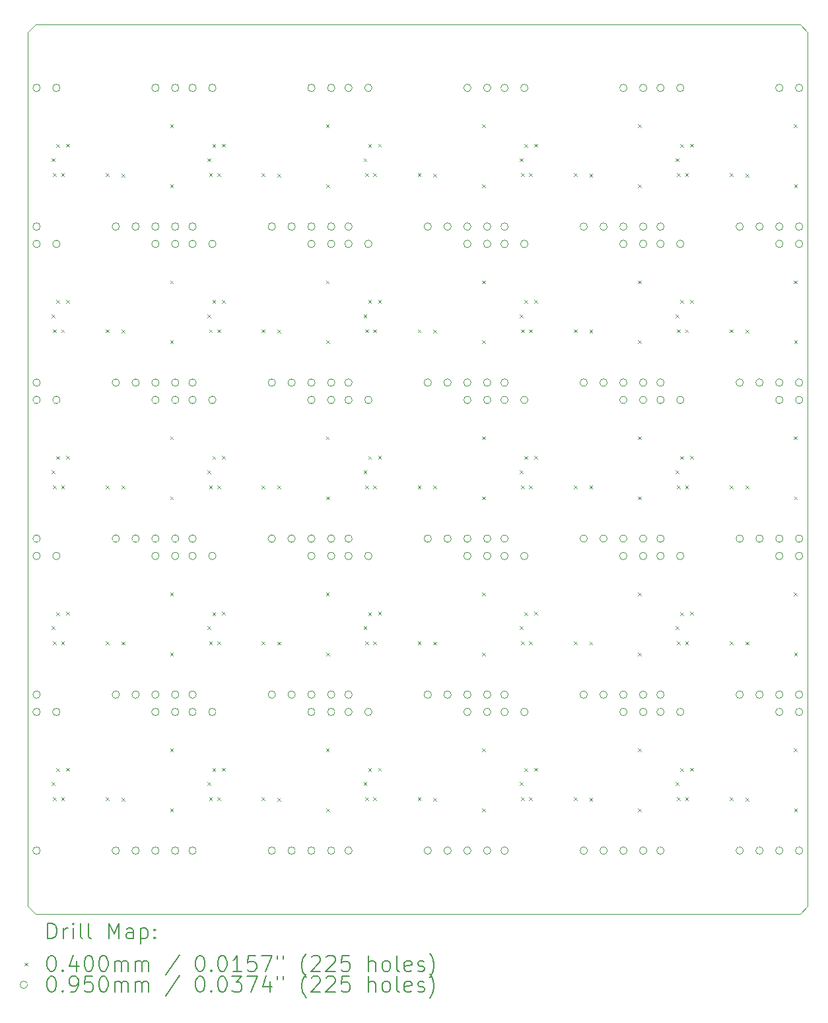
<source format=gbr>
%TF.GenerationSoftware,KiCad,Pcbnew,9.0.1*%
%TF.CreationDate,2025-08-07T10:54:35-06:00*%
%TF.ProjectId,bhc-panel,6268632d-7061-46e6-956c-2e6b69636164,rev?*%
%TF.SameCoordinates,PX5defda0PY9a7ec80*%
%TF.FileFunction,Drillmap*%
%TF.FilePolarity,Positive*%
%FSLAX45Y45*%
G04 Gerber Fmt 4.5, Leading zero omitted, Abs format (unit mm)*
G04 Created by KiCad (PCBNEW 9.0.1) date 2025-08-07 10:54:35*
%MOMM*%
%LPD*%
G01*
G04 APERTURE LIST*
%ADD10C,0.100000*%
%ADD11C,0.200000*%
G04 APERTURE END LIST*
D10*
X10000000Y700000D02*
X10000000Y2700000D01*
X10000000Y6700000D02*
X10000000Y8700000D01*
X0Y700000D02*
X0Y99900D01*
X10000000Y10700000D02*
X10000000Y11300100D01*
X0Y2700000D02*
X0Y700000D01*
X10000000Y11300100D02*
X9900100Y11400000D01*
X10000000Y2700000D02*
X10000000Y4700000D01*
X0Y4700000D02*
X0Y2700000D01*
X10000000Y99900D02*
X10000000Y700000D01*
X0Y6700000D02*
X0Y4700000D01*
X0Y99900D02*
X99900Y0D01*
X10000000Y4700000D02*
X10000000Y6700000D01*
X99900Y0D02*
X9900100Y0D01*
X10000000Y8700000D02*
X10000000Y10699950D01*
X9900100Y0D02*
X10000000Y99900D01*
X9900100Y11400000D02*
X99900Y11400000D01*
X0Y8700000D02*
X0Y6700000D01*
X0Y10699950D02*
X0Y8700000D01*
X99900Y11400000D02*
X0Y11300100D01*
X0Y11300100D02*
X0Y10700000D01*
D11*
D10*
X304500Y9687500D02*
X344500Y9647500D01*
X344500Y9687500D02*
X304500Y9647500D01*
X304500Y7687500D02*
X344500Y7647500D01*
X344500Y7687500D02*
X304500Y7647500D01*
X304500Y5687500D02*
X344500Y5647500D01*
X344500Y5687500D02*
X304500Y5647500D01*
X304500Y3687500D02*
X344500Y3647500D01*
X344500Y3687500D02*
X304500Y3647500D01*
X304500Y1687500D02*
X344500Y1647500D01*
X344500Y1687500D02*
X304500Y1647500D01*
X323500Y9493500D02*
X363500Y9453500D01*
X363500Y9493500D02*
X323500Y9453500D01*
X323500Y7493500D02*
X363500Y7453500D01*
X363500Y7493500D02*
X323500Y7453500D01*
X323500Y5493500D02*
X363500Y5453500D01*
X363500Y5493500D02*
X323500Y5453500D01*
X323500Y3493500D02*
X363500Y3453500D01*
X363500Y3493500D02*
X323500Y3453500D01*
X323500Y1493500D02*
X363500Y1453500D01*
X363500Y1493500D02*
X323500Y1453500D01*
X364500Y9868500D02*
X404500Y9828500D01*
X404500Y9868500D02*
X364500Y9828500D01*
X364500Y7868500D02*
X404500Y7828500D01*
X404500Y7868500D02*
X364500Y7828500D01*
X364500Y5868500D02*
X404500Y5828500D01*
X404500Y5868500D02*
X364500Y5828500D01*
X364500Y3868500D02*
X404500Y3828500D01*
X404500Y3868500D02*
X364500Y3828500D01*
X364500Y1868500D02*
X404500Y1828500D01*
X404500Y1868500D02*
X364500Y1828500D01*
X426500Y9494500D02*
X466500Y9454500D01*
X466500Y9494500D02*
X426500Y9454500D01*
X426500Y7494500D02*
X466500Y7454500D01*
X466500Y7494500D02*
X426500Y7454500D01*
X426500Y5494500D02*
X466500Y5454500D01*
X466500Y5494500D02*
X426500Y5454500D01*
X426500Y3494500D02*
X466500Y3454500D01*
X466500Y3494500D02*
X426500Y3454500D01*
X426500Y1494500D02*
X466500Y1454500D01*
X466500Y1494500D02*
X426500Y1454500D01*
X490500Y9872500D02*
X530500Y9832500D01*
X530500Y9872500D02*
X490500Y9832500D01*
X490500Y7872500D02*
X530500Y7832500D01*
X530500Y7872500D02*
X490500Y7832500D01*
X490500Y5872500D02*
X530500Y5832500D01*
X530500Y5872500D02*
X490500Y5832500D01*
X490500Y3872500D02*
X530500Y3832500D01*
X530500Y3872500D02*
X490500Y3832500D01*
X490500Y1872500D02*
X530500Y1832500D01*
X530500Y1872500D02*
X490500Y1832500D01*
X998500Y9493500D02*
X1038500Y9453500D01*
X1038500Y9493500D02*
X998500Y9453500D01*
X998500Y7493500D02*
X1038500Y7453500D01*
X1038500Y7493500D02*
X998500Y7453500D01*
X998500Y5493500D02*
X1038500Y5453500D01*
X1038500Y5493500D02*
X998500Y5453500D01*
X998500Y3493500D02*
X1038500Y3453500D01*
X1038500Y3493500D02*
X998500Y3453500D01*
X998500Y1493500D02*
X1038500Y1453500D01*
X1038500Y1493500D02*
X998500Y1453500D01*
X1199500Y9489500D02*
X1239500Y9449500D01*
X1239500Y9489500D02*
X1199500Y9449500D01*
X1199500Y7489500D02*
X1239500Y7449500D01*
X1239500Y7489500D02*
X1199500Y7449500D01*
X1199500Y5489500D02*
X1239500Y5449500D01*
X1239500Y5489500D02*
X1199500Y5449500D01*
X1199500Y3489500D02*
X1239500Y3449500D01*
X1239500Y3489500D02*
X1199500Y3449500D01*
X1199500Y1489500D02*
X1239500Y1449500D01*
X1239500Y1489500D02*
X1199500Y1449500D01*
X1822500Y10121500D02*
X1862500Y10081500D01*
X1862500Y10121500D02*
X1822500Y10081500D01*
X1822500Y8121500D02*
X1862500Y8081500D01*
X1862500Y8121500D02*
X1822500Y8081500D01*
X1822500Y6121500D02*
X1862500Y6081500D01*
X1862500Y6121500D02*
X1822500Y6081500D01*
X1822500Y4121500D02*
X1862500Y4081500D01*
X1862500Y4121500D02*
X1822500Y4081500D01*
X1822500Y2121500D02*
X1862500Y2081500D01*
X1862500Y2121500D02*
X1822500Y2081500D01*
X1824500Y9351500D02*
X1864500Y9311500D01*
X1864500Y9351500D02*
X1824500Y9311500D01*
X1824500Y7351500D02*
X1864500Y7311500D01*
X1864500Y7351500D02*
X1824500Y7311500D01*
X1824500Y5351500D02*
X1864500Y5311500D01*
X1864500Y5351500D02*
X1824500Y5311500D01*
X1824500Y3351500D02*
X1864500Y3311500D01*
X1864500Y3351500D02*
X1824500Y3311500D01*
X1824500Y1351500D02*
X1864500Y1311500D01*
X1864500Y1351500D02*
X1824500Y1311500D01*
X2304500Y9687500D02*
X2344500Y9647500D01*
X2344500Y9687500D02*
X2304500Y9647500D01*
X2304500Y7687500D02*
X2344500Y7647500D01*
X2344500Y7687500D02*
X2304500Y7647500D01*
X2304500Y5687500D02*
X2344500Y5647500D01*
X2344500Y5687500D02*
X2304500Y5647500D01*
X2304500Y3687500D02*
X2344500Y3647500D01*
X2344500Y3687500D02*
X2304500Y3647500D01*
X2304500Y1687500D02*
X2344500Y1647500D01*
X2344500Y1687500D02*
X2304500Y1647500D01*
X2323500Y9493500D02*
X2363500Y9453500D01*
X2363500Y9493500D02*
X2323500Y9453500D01*
X2323500Y7493500D02*
X2363500Y7453500D01*
X2363500Y7493500D02*
X2323500Y7453500D01*
X2323500Y5493500D02*
X2363500Y5453500D01*
X2363500Y5493500D02*
X2323500Y5453500D01*
X2323500Y3493500D02*
X2363500Y3453500D01*
X2363500Y3493500D02*
X2323500Y3453500D01*
X2323500Y1493500D02*
X2363500Y1453500D01*
X2363500Y1493500D02*
X2323500Y1453500D01*
X2364500Y9868500D02*
X2404500Y9828500D01*
X2404500Y9868500D02*
X2364500Y9828500D01*
X2364500Y7868500D02*
X2404500Y7828500D01*
X2404500Y7868500D02*
X2364500Y7828500D01*
X2364500Y5868500D02*
X2404500Y5828500D01*
X2404500Y5868500D02*
X2364500Y5828500D01*
X2364500Y3868500D02*
X2404500Y3828500D01*
X2404500Y3868500D02*
X2364500Y3828500D01*
X2364500Y1868500D02*
X2404500Y1828500D01*
X2404500Y1868500D02*
X2364500Y1828500D01*
X2426500Y9494500D02*
X2466500Y9454500D01*
X2466500Y9494500D02*
X2426500Y9454500D01*
X2426500Y7494500D02*
X2466500Y7454500D01*
X2466500Y7494500D02*
X2426500Y7454500D01*
X2426500Y5494500D02*
X2466500Y5454500D01*
X2466500Y5494500D02*
X2426500Y5454500D01*
X2426500Y3494500D02*
X2466500Y3454500D01*
X2466500Y3494500D02*
X2426500Y3454500D01*
X2426500Y1494500D02*
X2466500Y1454500D01*
X2466500Y1494500D02*
X2426500Y1454500D01*
X2490500Y9872500D02*
X2530500Y9832500D01*
X2530500Y9872500D02*
X2490500Y9832500D01*
X2490500Y7872500D02*
X2530500Y7832500D01*
X2530500Y7872500D02*
X2490500Y7832500D01*
X2490500Y5872500D02*
X2530500Y5832500D01*
X2530500Y5872500D02*
X2490500Y5832500D01*
X2490500Y3872500D02*
X2530500Y3832500D01*
X2530500Y3872500D02*
X2490500Y3832500D01*
X2490500Y1872500D02*
X2530500Y1832500D01*
X2530500Y1872500D02*
X2490500Y1832500D01*
X2998500Y9493500D02*
X3038500Y9453500D01*
X3038500Y9493500D02*
X2998500Y9453500D01*
X2998500Y7493500D02*
X3038500Y7453500D01*
X3038500Y7493500D02*
X2998500Y7453500D01*
X2998500Y5493500D02*
X3038500Y5453500D01*
X3038500Y5493500D02*
X2998500Y5453500D01*
X2998500Y3493500D02*
X3038500Y3453500D01*
X3038500Y3493500D02*
X2998500Y3453500D01*
X2998500Y1493500D02*
X3038500Y1453500D01*
X3038500Y1493500D02*
X2998500Y1453500D01*
X3199500Y9489500D02*
X3239500Y9449500D01*
X3239500Y9489500D02*
X3199500Y9449500D01*
X3199500Y7489500D02*
X3239500Y7449500D01*
X3239500Y7489500D02*
X3199500Y7449500D01*
X3199500Y5489500D02*
X3239500Y5449500D01*
X3239500Y5489500D02*
X3199500Y5449500D01*
X3199500Y3489500D02*
X3239500Y3449500D01*
X3239500Y3489500D02*
X3199500Y3449500D01*
X3199500Y1489500D02*
X3239500Y1449500D01*
X3239500Y1489500D02*
X3199500Y1449500D01*
X3822500Y10121500D02*
X3862500Y10081500D01*
X3862500Y10121500D02*
X3822500Y10081500D01*
X3822500Y8121500D02*
X3862500Y8081500D01*
X3862500Y8121500D02*
X3822500Y8081500D01*
X3822500Y6121500D02*
X3862500Y6081500D01*
X3862500Y6121500D02*
X3822500Y6081500D01*
X3822500Y4121500D02*
X3862500Y4081500D01*
X3862500Y4121500D02*
X3822500Y4081500D01*
X3822500Y2121500D02*
X3862500Y2081500D01*
X3862500Y2121500D02*
X3822500Y2081500D01*
X3824500Y9351500D02*
X3864500Y9311500D01*
X3864500Y9351500D02*
X3824500Y9311500D01*
X3824500Y7351500D02*
X3864500Y7311500D01*
X3864500Y7351500D02*
X3824500Y7311500D01*
X3824500Y5351500D02*
X3864500Y5311500D01*
X3864500Y5351500D02*
X3824500Y5311500D01*
X3824500Y3351500D02*
X3864500Y3311500D01*
X3864500Y3351500D02*
X3824500Y3311500D01*
X3824500Y1351500D02*
X3864500Y1311500D01*
X3864500Y1351500D02*
X3824500Y1311500D01*
X4304500Y9687500D02*
X4344500Y9647500D01*
X4344500Y9687500D02*
X4304500Y9647500D01*
X4304500Y7687500D02*
X4344500Y7647500D01*
X4344500Y7687500D02*
X4304500Y7647500D01*
X4304500Y5687500D02*
X4344500Y5647500D01*
X4344500Y5687500D02*
X4304500Y5647500D01*
X4304500Y3687500D02*
X4344500Y3647500D01*
X4344500Y3687500D02*
X4304500Y3647500D01*
X4304500Y1687500D02*
X4344500Y1647500D01*
X4344500Y1687500D02*
X4304500Y1647500D01*
X4323500Y9493500D02*
X4363500Y9453500D01*
X4363500Y9493500D02*
X4323500Y9453500D01*
X4323500Y7493500D02*
X4363500Y7453500D01*
X4363500Y7493500D02*
X4323500Y7453500D01*
X4323500Y5493500D02*
X4363500Y5453500D01*
X4363500Y5493500D02*
X4323500Y5453500D01*
X4323500Y3493500D02*
X4363500Y3453500D01*
X4363500Y3493500D02*
X4323500Y3453500D01*
X4323500Y1493500D02*
X4363500Y1453500D01*
X4363500Y1493500D02*
X4323500Y1453500D01*
X4364500Y9868500D02*
X4404500Y9828500D01*
X4404500Y9868500D02*
X4364500Y9828500D01*
X4364500Y7868500D02*
X4404500Y7828500D01*
X4404500Y7868500D02*
X4364500Y7828500D01*
X4364500Y5868500D02*
X4404500Y5828500D01*
X4404500Y5868500D02*
X4364500Y5828500D01*
X4364500Y3868500D02*
X4404500Y3828500D01*
X4404500Y3868500D02*
X4364500Y3828500D01*
X4364500Y1868500D02*
X4404500Y1828500D01*
X4404500Y1868500D02*
X4364500Y1828500D01*
X4426500Y9494500D02*
X4466500Y9454500D01*
X4466500Y9494500D02*
X4426500Y9454500D01*
X4426500Y7494500D02*
X4466500Y7454500D01*
X4466500Y7494500D02*
X4426500Y7454500D01*
X4426500Y5494500D02*
X4466500Y5454500D01*
X4466500Y5494500D02*
X4426500Y5454500D01*
X4426500Y3494500D02*
X4466500Y3454500D01*
X4466500Y3494500D02*
X4426500Y3454500D01*
X4426500Y1494500D02*
X4466500Y1454500D01*
X4466500Y1494500D02*
X4426500Y1454500D01*
X4490500Y9872500D02*
X4530500Y9832500D01*
X4530500Y9872500D02*
X4490500Y9832500D01*
X4490500Y7872500D02*
X4530500Y7832500D01*
X4530500Y7872500D02*
X4490500Y7832500D01*
X4490500Y5872500D02*
X4530500Y5832500D01*
X4530500Y5872500D02*
X4490500Y5832500D01*
X4490500Y3872500D02*
X4530500Y3832500D01*
X4530500Y3872500D02*
X4490500Y3832500D01*
X4490500Y1872500D02*
X4530500Y1832500D01*
X4530500Y1872500D02*
X4490500Y1832500D01*
X4998500Y9493500D02*
X5038500Y9453500D01*
X5038500Y9493500D02*
X4998500Y9453500D01*
X4998500Y7493500D02*
X5038500Y7453500D01*
X5038500Y7493500D02*
X4998500Y7453500D01*
X4998500Y5493500D02*
X5038500Y5453500D01*
X5038500Y5493500D02*
X4998500Y5453500D01*
X4998500Y3493500D02*
X5038500Y3453500D01*
X5038500Y3493500D02*
X4998500Y3453500D01*
X4998500Y1493500D02*
X5038500Y1453500D01*
X5038500Y1493500D02*
X4998500Y1453500D01*
X5199500Y9489500D02*
X5239500Y9449500D01*
X5239500Y9489500D02*
X5199500Y9449500D01*
X5199500Y7489500D02*
X5239500Y7449500D01*
X5239500Y7489500D02*
X5199500Y7449500D01*
X5199500Y5489500D02*
X5239500Y5449500D01*
X5239500Y5489500D02*
X5199500Y5449500D01*
X5199500Y3489500D02*
X5239500Y3449500D01*
X5239500Y3489500D02*
X5199500Y3449500D01*
X5199500Y1489500D02*
X5239500Y1449500D01*
X5239500Y1489500D02*
X5199500Y1449500D01*
X5822500Y10121500D02*
X5862500Y10081500D01*
X5862500Y10121500D02*
X5822500Y10081500D01*
X5822500Y8121500D02*
X5862500Y8081500D01*
X5862500Y8121500D02*
X5822500Y8081500D01*
X5822500Y6121500D02*
X5862500Y6081500D01*
X5862500Y6121500D02*
X5822500Y6081500D01*
X5822500Y4121500D02*
X5862500Y4081500D01*
X5862500Y4121500D02*
X5822500Y4081500D01*
X5822500Y2121500D02*
X5862500Y2081500D01*
X5862500Y2121500D02*
X5822500Y2081500D01*
X5824500Y9351500D02*
X5864500Y9311500D01*
X5864500Y9351500D02*
X5824500Y9311500D01*
X5824500Y7351500D02*
X5864500Y7311500D01*
X5864500Y7351500D02*
X5824500Y7311500D01*
X5824500Y5351500D02*
X5864500Y5311500D01*
X5864500Y5351500D02*
X5824500Y5311500D01*
X5824500Y3351500D02*
X5864500Y3311500D01*
X5864500Y3351500D02*
X5824500Y3311500D01*
X5824500Y1351500D02*
X5864500Y1311500D01*
X5864500Y1351500D02*
X5824500Y1311500D01*
X6304500Y9687500D02*
X6344500Y9647500D01*
X6344500Y9687500D02*
X6304500Y9647500D01*
X6304500Y7687500D02*
X6344500Y7647500D01*
X6344500Y7687500D02*
X6304500Y7647500D01*
X6304500Y5687500D02*
X6344500Y5647500D01*
X6344500Y5687500D02*
X6304500Y5647500D01*
X6304500Y3687500D02*
X6344500Y3647500D01*
X6344500Y3687500D02*
X6304500Y3647500D01*
X6304500Y1687500D02*
X6344500Y1647500D01*
X6344500Y1687500D02*
X6304500Y1647500D01*
X6323500Y9493500D02*
X6363500Y9453500D01*
X6363500Y9493500D02*
X6323500Y9453500D01*
X6323500Y7493500D02*
X6363500Y7453500D01*
X6363500Y7493500D02*
X6323500Y7453500D01*
X6323500Y5493500D02*
X6363500Y5453500D01*
X6363500Y5493500D02*
X6323500Y5453500D01*
X6323500Y3493500D02*
X6363500Y3453500D01*
X6363500Y3493500D02*
X6323500Y3453500D01*
X6323500Y1493500D02*
X6363500Y1453500D01*
X6363500Y1493500D02*
X6323500Y1453500D01*
X6364500Y9868500D02*
X6404500Y9828500D01*
X6404500Y9868500D02*
X6364500Y9828500D01*
X6364500Y7868500D02*
X6404500Y7828500D01*
X6404500Y7868500D02*
X6364500Y7828500D01*
X6364500Y5868500D02*
X6404500Y5828500D01*
X6404500Y5868500D02*
X6364500Y5828500D01*
X6364500Y3868500D02*
X6404500Y3828500D01*
X6404500Y3868500D02*
X6364500Y3828500D01*
X6364500Y1868500D02*
X6404500Y1828500D01*
X6404500Y1868500D02*
X6364500Y1828500D01*
X6426500Y9494500D02*
X6466500Y9454500D01*
X6466500Y9494500D02*
X6426500Y9454500D01*
X6426500Y7494500D02*
X6466500Y7454500D01*
X6466500Y7494500D02*
X6426500Y7454500D01*
X6426500Y5494500D02*
X6466500Y5454500D01*
X6466500Y5494500D02*
X6426500Y5454500D01*
X6426500Y3494500D02*
X6466500Y3454500D01*
X6466500Y3494500D02*
X6426500Y3454500D01*
X6426500Y1494500D02*
X6466500Y1454500D01*
X6466500Y1494500D02*
X6426500Y1454500D01*
X6490500Y9872500D02*
X6530500Y9832500D01*
X6530500Y9872500D02*
X6490500Y9832500D01*
X6490500Y7872500D02*
X6530500Y7832500D01*
X6530500Y7872500D02*
X6490500Y7832500D01*
X6490500Y5872500D02*
X6530500Y5832500D01*
X6530500Y5872500D02*
X6490500Y5832500D01*
X6490500Y3872500D02*
X6530500Y3832500D01*
X6530500Y3872500D02*
X6490500Y3832500D01*
X6490500Y1872500D02*
X6530500Y1832500D01*
X6530500Y1872500D02*
X6490500Y1832500D01*
X6998500Y9493500D02*
X7038500Y9453500D01*
X7038500Y9493500D02*
X6998500Y9453500D01*
X6998500Y7493500D02*
X7038500Y7453500D01*
X7038500Y7493500D02*
X6998500Y7453500D01*
X6998500Y5493500D02*
X7038500Y5453500D01*
X7038500Y5493500D02*
X6998500Y5453500D01*
X6998500Y3493500D02*
X7038500Y3453500D01*
X7038500Y3493500D02*
X6998500Y3453500D01*
X6998500Y1493500D02*
X7038500Y1453500D01*
X7038500Y1493500D02*
X6998500Y1453500D01*
X7199500Y9489500D02*
X7239500Y9449500D01*
X7239500Y9489500D02*
X7199500Y9449500D01*
X7199500Y7489500D02*
X7239500Y7449500D01*
X7239500Y7489500D02*
X7199500Y7449500D01*
X7199500Y5489500D02*
X7239500Y5449500D01*
X7239500Y5489500D02*
X7199500Y5449500D01*
X7199500Y3489500D02*
X7239500Y3449500D01*
X7239500Y3489500D02*
X7199500Y3449500D01*
X7199500Y1489500D02*
X7239500Y1449500D01*
X7239500Y1489500D02*
X7199500Y1449500D01*
X7822500Y10121500D02*
X7862500Y10081500D01*
X7862500Y10121500D02*
X7822500Y10081500D01*
X7822500Y8121500D02*
X7862500Y8081500D01*
X7862500Y8121500D02*
X7822500Y8081500D01*
X7822500Y6121500D02*
X7862500Y6081500D01*
X7862500Y6121500D02*
X7822500Y6081500D01*
X7822500Y4121500D02*
X7862500Y4081500D01*
X7862500Y4121500D02*
X7822500Y4081500D01*
X7822500Y2121500D02*
X7862500Y2081500D01*
X7862500Y2121500D02*
X7822500Y2081500D01*
X7824500Y9351500D02*
X7864500Y9311500D01*
X7864500Y9351500D02*
X7824500Y9311500D01*
X7824500Y7351500D02*
X7864500Y7311500D01*
X7864500Y7351500D02*
X7824500Y7311500D01*
X7824500Y5351500D02*
X7864500Y5311500D01*
X7864500Y5351500D02*
X7824500Y5311500D01*
X7824500Y3351500D02*
X7864500Y3311500D01*
X7864500Y3351500D02*
X7824500Y3311500D01*
X7824500Y1351500D02*
X7864500Y1311500D01*
X7864500Y1351500D02*
X7824500Y1311500D01*
X8304500Y9687500D02*
X8344500Y9647500D01*
X8344500Y9687500D02*
X8304500Y9647500D01*
X8304500Y7687500D02*
X8344500Y7647500D01*
X8344500Y7687500D02*
X8304500Y7647500D01*
X8304500Y5687500D02*
X8344500Y5647500D01*
X8344500Y5687500D02*
X8304500Y5647500D01*
X8304500Y3687500D02*
X8344500Y3647500D01*
X8344500Y3687500D02*
X8304500Y3647500D01*
X8304500Y1687500D02*
X8344500Y1647500D01*
X8344500Y1687500D02*
X8304500Y1647500D01*
X8323500Y9493500D02*
X8363500Y9453500D01*
X8363500Y9493500D02*
X8323500Y9453500D01*
X8323500Y7493500D02*
X8363500Y7453500D01*
X8363500Y7493500D02*
X8323500Y7453500D01*
X8323500Y5493500D02*
X8363500Y5453500D01*
X8363500Y5493500D02*
X8323500Y5453500D01*
X8323500Y3493500D02*
X8363500Y3453500D01*
X8363500Y3493500D02*
X8323500Y3453500D01*
X8323500Y1493500D02*
X8363500Y1453500D01*
X8363500Y1493500D02*
X8323500Y1453500D01*
X8364500Y9868500D02*
X8404500Y9828500D01*
X8404500Y9868500D02*
X8364500Y9828500D01*
X8364500Y7868500D02*
X8404500Y7828500D01*
X8404500Y7868500D02*
X8364500Y7828500D01*
X8364500Y5868500D02*
X8404500Y5828500D01*
X8404500Y5868500D02*
X8364500Y5828500D01*
X8364500Y3868500D02*
X8404500Y3828500D01*
X8404500Y3868500D02*
X8364500Y3828500D01*
X8364500Y1868500D02*
X8404500Y1828500D01*
X8404500Y1868500D02*
X8364500Y1828500D01*
X8426500Y9494500D02*
X8466500Y9454500D01*
X8466500Y9494500D02*
X8426500Y9454500D01*
X8426500Y7494500D02*
X8466500Y7454500D01*
X8466500Y7494500D02*
X8426500Y7454500D01*
X8426500Y5494500D02*
X8466500Y5454500D01*
X8466500Y5494500D02*
X8426500Y5454500D01*
X8426500Y3494500D02*
X8466500Y3454500D01*
X8466500Y3494500D02*
X8426500Y3454500D01*
X8426500Y1494500D02*
X8466500Y1454500D01*
X8466500Y1494500D02*
X8426500Y1454500D01*
X8490500Y9872500D02*
X8530500Y9832500D01*
X8530500Y9872500D02*
X8490500Y9832500D01*
X8490500Y7872500D02*
X8530500Y7832500D01*
X8530500Y7872500D02*
X8490500Y7832500D01*
X8490500Y5872500D02*
X8530500Y5832500D01*
X8530500Y5872500D02*
X8490500Y5832500D01*
X8490500Y3872500D02*
X8530500Y3832500D01*
X8530500Y3872500D02*
X8490500Y3832500D01*
X8490500Y1872500D02*
X8530500Y1832500D01*
X8530500Y1872500D02*
X8490500Y1832500D01*
X8998500Y9493500D02*
X9038500Y9453500D01*
X9038500Y9493500D02*
X8998500Y9453500D01*
X8998500Y7493500D02*
X9038500Y7453500D01*
X9038500Y7493500D02*
X8998500Y7453500D01*
X8998500Y5493500D02*
X9038500Y5453500D01*
X9038500Y5493500D02*
X8998500Y5453500D01*
X8998500Y3493500D02*
X9038500Y3453500D01*
X9038500Y3493500D02*
X8998500Y3453500D01*
X8998500Y1493500D02*
X9038500Y1453500D01*
X9038500Y1493500D02*
X8998500Y1453500D01*
X9199500Y9489500D02*
X9239500Y9449500D01*
X9239500Y9489500D02*
X9199500Y9449500D01*
X9199500Y7489500D02*
X9239500Y7449500D01*
X9239500Y7489500D02*
X9199500Y7449500D01*
X9199500Y5489500D02*
X9239500Y5449500D01*
X9239500Y5489500D02*
X9199500Y5449500D01*
X9199500Y3489500D02*
X9239500Y3449500D01*
X9239500Y3489500D02*
X9199500Y3449500D01*
X9199500Y1489500D02*
X9239500Y1449500D01*
X9239500Y1489500D02*
X9199500Y1449500D01*
X9822500Y10121500D02*
X9862500Y10081500D01*
X9862500Y10121500D02*
X9822500Y10081500D01*
X9822500Y8121500D02*
X9862500Y8081500D01*
X9862500Y8121500D02*
X9822500Y8081500D01*
X9822500Y6121500D02*
X9862500Y6081500D01*
X9862500Y6121500D02*
X9822500Y6081500D01*
X9822500Y4121500D02*
X9862500Y4081500D01*
X9862500Y4121500D02*
X9822500Y4081500D01*
X9822500Y2121500D02*
X9862500Y2081500D01*
X9862500Y2121500D02*
X9822500Y2081500D01*
X9824500Y9351500D02*
X9864500Y9311500D01*
X9864500Y9351500D02*
X9824500Y9311500D01*
X9824500Y7351500D02*
X9864500Y7311500D01*
X9864500Y7351500D02*
X9824500Y7311500D01*
X9824500Y5351500D02*
X9864500Y5311500D01*
X9864500Y5351500D02*
X9824500Y5311500D01*
X9824500Y3351500D02*
X9864500Y3311500D01*
X9864500Y3351500D02*
X9824500Y3311500D01*
X9824500Y1351500D02*
X9864500Y1311500D01*
X9864500Y1351500D02*
X9824500Y1311500D01*
X158500Y10589000D02*
G75*
G02*
X63500Y10589000I-47500J0D01*
G01*
X63500Y10589000D02*
G75*
G02*
X158500Y10589000I47500J0D01*
G01*
X158500Y8811000D02*
G75*
G02*
X63500Y8811000I-47500J0D01*
G01*
X63500Y8811000D02*
G75*
G02*
X158500Y8811000I47500J0D01*
G01*
X158500Y8589000D02*
G75*
G02*
X63500Y8589000I-47500J0D01*
G01*
X63500Y8589000D02*
G75*
G02*
X158500Y8589000I47500J0D01*
G01*
X158500Y6811000D02*
G75*
G02*
X63500Y6811000I-47500J0D01*
G01*
X63500Y6811000D02*
G75*
G02*
X158500Y6811000I47500J0D01*
G01*
X158500Y6589000D02*
G75*
G02*
X63500Y6589000I-47500J0D01*
G01*
X63500Y6589000D02*
G75*
G02*
X158500Y6589000I47500J0D01*
G01*
X158500Y4811000D02*
G75*
G02*
X63500Y4811000I-47500J0D01*
G01*
X63500Y4811000D02*
G75*
G02*
X158500Y4811000I47500J0D01*
G01*
X158500Y4589000D02*
G75*
G02*
X63500Y4589000I-47500J0D01*
G01*
X63500Y4589000D02*
G75*
G02*
X158500Y4589000I47500J0D01*
G01*
X158500Y2811000D02*
G75*
G02*
X63500Y2811000I-47500J0D01*
G01*
X63500Y2811000D02*
G75*
G02*
X158500Y2811000I47500J0D01*
G01*
X158500Y2589000D02*
G75*
G02*
X63500Y2589000I-47500J0D01*
G01*
X63500Y2589000D02*
G75*
G02*
X158500Y2589000I47500J0D01*
G01*
X158500Y811000D02*
G75*
G02*
X63500Y811000I-47500J0D01*
G01*
X63500Y811000D02*
G75*
G02*
X158500Y811000I47500J0D01*
G01*
X412500Y10589000D02*
G75*
G02*
X317500Y10589000I-47500J0D01*
G01*
X317500Y10589000D02*
G75*
G02*
X412500Y10589000I47500J0D01*
G01*
X412500Y8589000D02*
G75*
G02*
X317500Y8589000I-47500J0D01*
G01*
X317500Y8589000D02*
G75*
G02*
X412500Y8589000I47500J0D01*
G01*
X412500Y6589000D02*
G75*
G02*
X317500Y6589000I-47500J0D01*
G01*
X317500Y6589000D02*
G75*
G02*
X412500Y6589000I47500J0D01*
G01*
X412500Y4589000D02*
G75*
G02*
X317500Y4589000I-47500J0D01*
G01*
X317500Y4589000D02*
G75*
G02*
X412500Y4589000I47500J0D01*
G01*
X412500Y2589000D02*
G75*
G02*
X317500Y2589000I-47500J0D01*
G01*
X317500Y2589000D02*
G75*
G02*
X412500Y2589000I47500J0D01*
G01*
X1174500Y8811000D02*
G75*
G02*
X1079500Y8811000I-47500J0D01*
G01*
X1079500Y8811000D02*
G75*
G02*
X1174500Y8811000I47500J0D01*
G01*
X1174500Y6811000D02*
G75*
G02*
X1079500Y6811000I-47500J0D01*
G01*
X1079500Y6811000D02*
G75*
G02*
X1174500Y6811000I47500J0D01*
G01*
X1174500Y4811000D02*
G75*
G02*
X1079500Y4811000I-47500J0D01*
G01*
X1079500Y4811000D02*
G75*
G02*
X1174500Y4811000I47500J0D01*
G01*
X1174500Y2811000D02*
G75*
G02*
X1079500Y2811000I-47500J0D01*
G01*
X1079500Y2811000D02*
G75*
G02*
X1174500Y2811000I47500J0D01*
G01*
X1174500Y811000D02*
G75*
G02*
X1079500Y811000I-47500J0D01*
G01*
X1079500Y811000D02*
G75*
G02*
X1174500Y811000I47500J0D01*
G01*
X1428500Y8811000D02*
G75*
G02*
X1333500Y8811000I-47500J0D01*
G01*
X1333500Y8811000D02*
G75*
G02*
X1428500Y8811000I47500J0D01*
G01*
X1428500Y6811000D02*
G75*
G02*
X1333500Y6811000I-47500J0D01*
G01*
X1333500Y6811000D02*
G75*
G02*
X1428500Y6811000I47500J0D01*
G01*
X1428500Y4811000D02*
G75*
G02*
X1333500Y4811000I-47500J0D01*
G01*
X1333500Y4811000D02*
G75*
G02*
X1428500Y4811000I47500J0D01*
G01*
X1428500Y2811000D02*
G75*
G02*
X1333500Y2811000I-47500J0D01*
G01*
X1333500Y2811000D02*
G75*
G02*
X1428500Y2811000I47500J0D01*
G01*
X1428500Y811000D02*
G75*
G02*
X1333500Y811000I-47500J0D01*
G01*
X1333500Y811000D02*
G75*
G02*
X1428500Y811000I47500J0D01*
G01*
X1682500Y10589000D02*
G75*
G02*
X1587500Y10589000I-47500J0D01*
G01*
X1587500Y10589000D02*
G75*
G02*
X1682500Y10589000I47500J0D01*
G01*
X1682500Y8811000D02*
G75*
G02*
X1587500Y8811000I-47500J0D01*
G01*
X1587500Y8811000D02*
G75*
G02*
X1682500Y8811000I47500J0D01*
G01*
X1682500Y8589000D02*
G75*
G02*
X1587500Y8589000I-47500J0D01*
G01*
X1587500Y8589000D02*
G75*
G02*
X1682500Y8589000I47500J0D01*
G01*
X1682500Y6811000D02*
G75*
G02*
X1587500Y6811000I-47500J0D01*
G01*
X1587500Y6811000D02*
G75*
G02*
X1682500Y6811000I47500J0D01*
G01*
X1682500Y6589000D02*
G75*
G02*
X1587500Y6589000I-47500J0D01*
G01*
X1587500Y6589000D02*
G75*
G02*
X1682500Y6589000I47500J0D01*
G01*
X1682500Y4811000D02*
G75*
G02*
X1587500Y4811000I-47500J0D01*
G01*
X1587500Y4811000D02*
G75*
G02*
X1682500Y4811000I47500J0D01*
G01*
X1682500Y4589000D02*
G75*
G02*
X1587500Y4589000I-47500J0D01*
G01*
X1587500Y4589000D02*
G75*
G02*
X1682500Y4589000I47500J0D01*
G01*
X1682500Y2811000D02*
G75*
G02*
X1587500Y2811000I-47500J0D01*
G01*
X1587500Y2811000D02*
G75*
G02*
X1682500Y2811000I47500J0D01*
G01*
X1682500Y2589000D02*
G75*
G02*
X1587500Y2589000I-47500J0D01*
G01*
X1587500Y2589000D02*
G75*
G02*
X1682500Y2589000I47500J0D01*
G01*
X1682500Y811000D02*
G75*
G02*
X1587500Y811000I-47500J0D01*
G01*
X1587500Y811000D02*
G75*
G02*
X1682500Y811000I47500J0D01*
G01*
X1936500Y10589000D02*
G75*
G02*
X1841500Y10589000I-47500J0D01*
G01*
X1841500Y10589000D02*
G75*
G02*
X1936500Y10589000I47500J0D01*
G01*
X1936500Y8811000D02*
G75*
G02*
X1841500Y8811000I-47500J0D01*
G01*
X1841500Y8811000D02*
G75*
G02*
X1936500Y8811000I47500J0D01*
G01*
X1936500Y8589000D02*
G75*
G02*
X1841500Y8589000I-47500J0D01*
G01*
X1841500Y8589000D02*
G75*
G02*
X1936500Y8589000I47500J0D01*
G01*
X1936500Y6811000D02*
G75*
G02*
X1841500Y6811000I-47500J0D01*
G01*
X1841500Y6811000D02*
G75*
G02*
X1936500Y6811000I47500J0D01*
G01*
X1936500Y6589000D02*
G75*
G02*
X1841500Y6589000I-47500J0D01*
G01*
X1841500Y6589000D02*
G75*
G02*
X1936500Y6589000I47500J0D01*
G01*
X1936500Y4811000D02*
G75*
G02*
X1841500Y4811000I-47500J0D01*
G01*
X1841500Y4811000D02*
G75*
G02*
X1936500Y4811000I47500J0D01*
G01*
X1936500Y4589000D02*
G75*
G02*
X1841500Y4589000I-47500J0D01*
G01*
X1841500Y4589000D02*
G75*
G02*
X1936500Y4589000I47500J0D01*
G01*
X1936500Y2811000D02*
G75*
G02*
X1841500Y2811000I-47500J0D01*
G01*
X1841500Y2811000D02*
G75*
G02*
X1936500Y2811000I47500J0D01*
G01*
X1936500Y2589000D02*
G75*
G02*
X1841500Y2589000I-47500J0D01*
G01*
X1841500Y2589000D02*
G75*
G02*
X1936500Y2589000I47500J0D01*
G01*
X1936500Y811000D02*
G75*
G02*
X1841500Y811000I-47500J0D01*
G01*
X1841500Y811000D02*
G75*
G02*
X1936500Y811000I47500J0D01*
G01*
X2158500Y10589000D02*
G75*
G02*
X2063500Y10589000I-47500J0D01*
G01*
X2063500Y10589000D02*
G75*
G02*
X2158500Y10589000I47500J0D01*
G01*
X2158500Y8811000D02*
G75*
G02*
X2063500Y8811000I-47500J0D01*
G01*
X2063500Y8811000D02*
G75*
G02*
X2158500Y8811000I47500J0D01*
G01*
X2158500Y8589000D02*
G75*
G02*
X2063500Y8589000I-47500J0D01*
G01*
X2063500Y8589000D02*
G75*
G02*
X2158500Y8589000I47500J0D01*
G01*
X2158500Y6811000D02*
G75*
G02*
X2063500Y6811000I-47500J0D01*
G01*
X2063500Y6811000D02*
G75*
G02*
X2158500Y6811000I47500J0D01*
G01*
X2158500Y6589000D02*
G75*
G02*
X2063500Y6589000I-47500J0D01*
G01*
X2063500Y6589000D02*
G75*
G02*
X2158500Y6589000I47500J0D01*
G01*
X2158500Y4811000D02*
G75*
G02*
X2063500Y4811000I-47500J0D01*
G01*
X2063500Y4811000D02*
G75*
G02*
X2158500Y4811000I47500J0D01*
G01*
X2158500Y4589000D02*
G75*
G02*
X2063500Y4589000I-47500J0D01*
G01*
X2063500Y4589000D02*
G75*
G02*
X2158500Y4589000I47500J0D01*
G01*
X2158500Y2811000D02*
G75*
G02*
X2063500Y2811000I-47500J0D01*
G01*
X2063500Y2811000D02*
G75*
G02*
X2158500Y2811000I47500J0D01*
G01*
X2158500Y2589000D02*
G75*
G02*
X2063500Y2589000I-47500J0D01*
G01*
X2063500Y2589000D02*
G75*
G02*
X2158500Y2589000I47500J0D01*
G01*
X2158500Y811000D02*
G75*
G02*
X2063500Y811000I-47500J0D01*
G01*
X2063500Y811000D02*
G75*
G02*
X2158500Y811000I47500J0D01*
G01*
X2412500Y10589000D02*
G75*
G02*
X2317500Y10589000I-47500J0D01*
G01*
X2317500Y10589000D02*
G75*
G02*
X2412500Y10589000I47500J0D01*
G01*
X2412500Y8589000D02*
G75*
G02*
X2317500Y8589000I-47500J0D01*
G01*
X2317500Y8589000D02*
G75*
G02*
X2412500Y8589000I47500J0D01*
G01*
X2412500Y6589000D02*
G75*
G02*
X2317500Y6589000I-47500J0D01*
G01*
X2317500Y6589000D02*
G75*
G02*
X2412500Y6589000I47500J0D01*
G01*
X2412500Y4589000D02*
G75*
G02*
X2317500Y4589000I-47500J0D01*
G01*
X2317500Y4589000D02*
G75*
G02*
X2412500Y4589000I47500J0D01*
G01*
X2412500Y2589000D02*
G75*
G02*
X2317500Y2589000I-47500J0D01*
G01*
X2317500Y2589000D02*
G75*
G02*
X2412500Y2589000I47500J0D01*
G01*
X3174500Y8811000D02*
G75*
G02*
X3079500Y8811000I-47500J0D01*
G01*
X3079500Y8811000D02*
G75*
G02*
X3174500Y8811000I47500J0D01*
G01*
X3174500Y6811000D02*
G75*
G02*
X3079500Y6811000I-47500J0D01*
G01*
X3079500Y6811000D02*
G75*
G02*
X3174500Y6811000I47500J0D01*
G01*
X3174500Y4811000D02*
G75*
G02*
X3079500Y4811000I-47500J0D01*
G01*
X3079500Y4811000D02*
G75*
G02*
X3174500Y4811000I47500J0D01*
G01*
X3174500Y2811000D02*
G75*
G02*
X3079500Y2811000I-47500J0D01*
G01*
X3079500Y2811000D02*
G75*
G02*
X3174500Y2811000I47500J0D01*
G01*
X3174500Y811000D02*
G75*
G02*
X3079500Y811000I-47500J0D01*
G01*
X3079500Y811000D02*
G75*
G02*
X3174500Y811000I47500J0D01*
G01*
X3428500Y8811000D02*
G75*
G02*
X3333500Y8811000I-47500J0D01*
G01*
X3333500Y8811000D02*
G75*
G02*
X3428500Y8811000I47500J0D01*
G01*
X3428500Y6811000D02*
G75*
G02*
X3333500Y6811000I-47500J0D01*
G01*
X3333500Y6811000D02*
G75*
G02*
X3428500Y6811000I47500J0D01*
G01*
X3428500Y4811000D02*
G75*
G02*
X3333500Y4811000I-47500J0D01*
G01*
X3333500Y4811000D02*
G75*
G02*
X3428500Y4811000I47500J0D01*
G01*
X3428500Y2811000D02*
G75*
G02*
X3333500Y2811000I-47500J0D01*
G01*
X3333500Y2811000D02*
G75*
G02*
X3428500Y2811000I47500J0D01*
G01*
X3428500Y811000D02*
G75*
G02*
X3333500Y811000I-47500J0D01*
G01*
X3333500Y811000D02*
G75*
G02*
X3428500Y811000I47500J0D01*
G01*
X3682500Y10589000D02*
G75*
G02*
X3587500Y10589000I-47500J0D01*
G01*
X3587500Y10589000D02*
G75*
G02*
X3682500Y10589000I47500J0D01*
G01*
X3682500Y8811000D02*
G75*
G02*
X3587500Y8811000I-47500J0D01*
G01*
X3587500Y8811000D02*
G75*
G02*
X3682500Y8811000I47500J0D01*
G01*
X3682500Y8589000D02*
G75*
G02*
X3587500Y8589000I-47500J0D01*
G01*
X3587500Y8589000D02*
G75*
G02*
X3682500Y8589000I47500J0D01*
G01*
X3682500Y6811000D02*
G75*
G02*
X3587500Y6811000I-47500J0D01*
G01*
X3587500Y6811000D02*
G75*
G02*
X3682500Y6811000I47500J0D01*
G01*
X3682500Y6589000D02*
G75*
G02*
X3587500Y6589000I-47500J0D01*
G01*
X3587500Y6589000D02*
G75*
G02*
X3682500Y6589000I47500J0D01*
G01*
X3682500Y4811000D02*
G75*
G02*
X3587500Y4811000I-47500J0D01*
G01*
X3587500Y4811000D02*
G75*
G02*
X3682500Y4811000I47500J0D01*
G01*
X3682500Y4589000D02*
G75*
G02*
X3587500Y4589000I-47500J0D01*
G01*
X3587500Y4589000D02*
G75*
G02*
X3682500Y4589000I47500J0D01*
G01*
X3682500Y2811000D02*
G75*
G02*
X3587500Y2811000I-47500J0D01*
G01*
X3587500Y2811000D02*
G75*
G02*
X3682500Y2811000I47500J0D01*
G01*
X3682500Y2589000D02*
G75*
G02*
X3587500Y2589000I-47500J0D01*
G01*
X3587500Y2589000D02*
G75*
G02*
X3682500Y2589000I47500J0D01*
G01*
X3682500Y811000D02*
G75*
G02*
X3587500Y811000I-47500J0D01*
G01*
X3587500Y811000D02*
G75*
G02*
X3682500Y811000I47500J0D01*
G01*
X3936500Y10589000D02*
G75*
G02*
X3841500Y10589000I-47500J0D01*
G01*
X3841500Y10589000D02*
G75*
G02*
X3936500Y10589000I47500J0D01*
G01*
X3936500Y8811000D02*
G75*
G02*
X3841500Y8811000I-47500J0D01*
G01*
X3841500Y8811000D02*
G75*
G02*
X3936500Y8811000I47500J0D01*
G01*
X3936500Y8589000D02*
G75*
G02*
X3841500Y8589000I-47500J0D01*
G01*
X3841500Y8589000D02*
G75*
G02*
X3936500Y8589000I47500J0D01*
G01*
X3936500Y6811000D02*
G75*
G02*
X3841500Y6811000I-47500J0D01*
G01*
X3841500Y6811000D02*
G75*
G02*
X3936500Y6811000I47500J0D01*
G01*
X3936500Y6589000D02*
G75*
G02*
X3841500Y6589000I-47500J0D01*
G01*
X3841500Y6589000D02*
G75*
G02*
X3936500Y6589000I47500J0D01*
G01*
X3936500Y4811000D02*
G75*
G02*
X3841500Y4811000I-47500J0D01*
G01*
X3841500Y4811000D02*
G75*
G02*
X3936500Y4811000I47500J0D01*
G01*
X3936500Y4589000D02*
G75*
G02*
X3841500Y4589000I-47500J0D01*
G01*
X3841500Y4589000D02*
G75*
G02*
X3936500Y4589000I47500J0D01*
G01*
X3936500Y2811000D02*
G75*
G02*
X3841500Y2811000I-47500J0D01*
G01*
X3841500Y2811000D02*
G75*
G02*
X3936500Y2811000I47500J0D01*
G01*
X3936500Y2589000D02*
G75*
G02*
X3841500Y2589000I-47500J0D01*
G01*
X3841500Y2589000D02*
G75*
G02*
X3936500Y2589000I47500J0D01*
G01*
X3936500Y811000D02*
G75*
G02*
X3841500Y811000I-47500J0D01*
G01*
X3841500Y811000D02*
G75*
G02*
X3936500Y811000I47500J0D01*
G01*
X4158500Y10589000D02*
G75*
G02*
X4063500Y10589000I-47500J0D01*
G01*
X4063500Y10589000D02*
G75*
G02*
X4158500Y10589000I47500J0D01*
G01*
X4158500Y8811000D02*
G75*
G02*
X4063500Y8811000I-47500J0D01*
G01*
X4063500Y8811000D02*
G75*
G02*
X4158500Y8811000I47500J0D01*
G01*
X4158500Y8589000D02*
G75*
G02*
X4063500Y8589000I-47500J0D01*
G01*
X4063500Y8589000D02*
G75*
G02*
X4158500Y8589000I47500J0D01*
G01*
X4158500Y6811000D02*
G75*
G02*
X4063500Y6811000I-47500J0D01*
G01*
X4063500Y6811000D02*
G75*
G02*
X4158500Y6811000I47500J0D01*
G01*
X4158500Y6589000D02*
G75*
G02*
X4063500Y6589000I-47500J0D01*
G01*
X4063500Y6589000D02*
G75*
G02*
X4158500Y6589000I47500J0D01*
G01*
X4158500Y4811000D02*
G75*
G02*
X4063500Y4811000I-47500J0D01*
G01*
X4063500Y4811000D02*
G75*
G02*
X4158500Y4811000I47500J0D01*
G01*
X4158500Y4589000D02*
G75*
G02*
X4063500Y4589000I-47500J0D01*
G01*
X4063500Y4589000D02*
G75*
G02*
X4158500Y4589000I47500J0D01*
G01*
X4158500Y2811000D02*
G75*
G02*
X4063500Y2811000I-47500J0D01*
G01*
X4063500Y2811000D02*
G75*
G02*
X4158500Y2811000I47500J0D01*
G01*
X4158500Y2589000D02*
G75*
G02*
X4063500Y2589000I-47500J0D01*
G01*
X4063500Y2589000D02*
G75*
G02*
X4158500Y2589000I47500J0D01*
G01*
X4158500Y811000D02*
G75*
G02*
X4063500Y811000I-47500J0D01*
G01*
X4063500Y811000D02*
G75*
G02*
X4158500Y811000I47500J0D01*
G01*
X4412500Y10589000D02*
G75*
G02*
X4317500Y10589000I-47500J0D01*
G01*
X4317500Y10589000D02*
G75*
G02*
X4412500Y10589000I47500J0D01*
G01*
X4412500Y8589000D02*
G75*
G02*
X4317500Y8589000I-47500J0D01*
G01*
X4317500Y8589000D02*
G75*
G02*
X4412500Y8589000I47500J0D01*
G01*
X4412500Y6589000D02*
G75*
G02*
X4317500Y6589000I-47500J0D01*
G01*
X4317500Y6589000D02*
G75*
G02*
X4412500Y6589000I47500J0D01*
G01*
X4412500Y4589000D02*
G75*
G02*
X4317500Y4589000I-47500J0D01*
G01*
X4317500Y4589000D02*
G75*
G02*
X4412500Y4589000I47500J0D01*
G01*
X4412500Y2589000D02*
G75*
G02*
X4317500Y2589000I-47500J0D01*
G01*
X4317500Y2589000D02*
G75*
G02*
X4412500Y2589000I47500J0D01*
G01*
X5174500Y8811000D02*
G75*
G02*
X5079500Y8811000I-47500J0D01*
G01*
X5079500Y8811000D02*
G75*
G02*
X5174500Y8811000I47500J0D01*
G01*
X5174500Y6811000D02*
G75*
G02*
X5079500Y6811000I-47500J0D01*
G01*
X5079500Y6811000D02*
G75*
G02*
X5174500Y6811000I47500J0D01*
G01*
X5174500Y4811000D02*
G75*
G02*
X5079500Y4811000I-47500J0D01*
G01*
X5079500Y4811000D02*
G75*
G02*
X5174500Y4811000I47500J0D01*
G01*
X5174500Y2811000D02*
G75*
G02*
X5079500Y2811000I-47500J0D01*
G01*
X5079500Y2811000D02*
G75*
G02*
X5174500Y2811000I47500J0D01*
G01*
X5174500Y811000D02*
G75*
G02*
X5079500Y811000I-47500J0D01*
G01*
X5079500Y811000D02*
G75*
G02*
X5174500Y811000I47500J0D01*
G01*
X5428500Y8811000D02*
G75*
G02*
X5333500Y8811000I-47500J0D01*
G01*
X5333500Y8811000D02*
G75*
G02*
X5428500Y8811000I47500J0D01*
G01*
X5428500Y6811000D02*
G75*
G02*
X5333500Y6811000I-47500J0D01*
G01*
X5333500Y6811000D02*
G75*
G02*
X5428500Y6811000I47500J0D01*
G01*
X5428500Y4811000D02*
G75*
G02*
X5333500Y4811000I-47500J0D01*
G01*
X5333500Y4811000D02*
G75*
G02*
X5428500Y4811000I47500J0D01*
G01*
X5428500Y2811000D02*
G75*
G02*
X5333500Y2811000I-47500J0D01*
G01*
X5333500Y2811000D02*
G75*
G02*
X5428500Y2811000I47500J0D01*
G01*
X5428500Y811000D02*
G75*
G02*
X5333500Y811000I-47500J0D01*
G01*
X5333500Y811000D02*
G75*
G02*
X5428500Y811000I47500J0D01*
G01*
X5682500Y10589000D02*
G75*
G02*
X5587500Y10589000I-47500J0D01*
G01*
X5587500Y10589000D02*
G75*
G02*
X5682500Y10589000I47500J0D01*
G01*
X5682500Y8811000D02*
G75*
G02*
X5587500Y8811000I-47500J0D01*
G01*
X5587500Y8811000D02*
G75*
G02*
X5682500Y8811000I47500J0D01*
G01*
X5682500Y8589000D02*
G75*
G02*
X5587500Y8589000I-47500J0D01*
G01*
X5587500Y8589000D02*
G75*
G02*
X5682500Y8589000I47500J0D01*
G01*
X5682500Y6811000D02*
G75*
G02*
X5587500Y6811000I-47500J0D01*
G01*
X5587500Y6811000D02*
G75*
G02*
X5682500Y6811000I47500J0D01*
G01*
X5682500Y6589000D02*
G75*
G02*
X5587500Y6589000I-47500J0D01*
G01*
X5587500Y6589000D02*
G75*
G02*
X5682500Y6589000I47500J0D01*
G01*
X5682500Y4811000D02*
G75*
G02*
X5587500Y4811000I-47500J0D01*
G01*
X5587500Y4811000D02*
G75*
G02*
X5682500Y4811000I47500J0D01*
G01*
X5682500Y4589000D02*
G75*
G02*
X5587500Y4589000I-47500J0D01*
G01*
X5587500Y4589000D02*
G75*
G02*
X5682500Y4589000I47500J0D01*
G01*
X5682500Y2811000D02*
G75*
G02*
X5587500Y2811000I-47500J0D01*
G01*
X5587500Y2811000D02*
G75*
G02*
X5682500Y2811000I47500J0D01*
G01*
X5682500Y2589000D02*
G75*
G02*
X5587500Y2589000I-47500J0D01*
G01*
X5587500Y2589000D02*
G75*
G02*
X5682500Y2589000I47500J0D01*
G01*
X5682500Y811000D02*
G75*
G02*
X5587500Y811000I-47500J0D01*
G01*
X5587500Y811000D02*
G75*
G02*
X5682500Y811000I47500J0D01*
G01*
X5936500Y10589000D02*
G75*
G02*
X5841500Y10589000I-47500J0D01*
G01*
X5841500Y10589000D02*
G75*
G02*
X5936500Y10589000I47500J0D01*
G01*
X5936500Y8811000D02*
G75*
G02*
X5841500Y8811000I-47500J0D01*
G01*
X5841500Y8811000D02*
G75*
G02*
X5936500Y8811000I47500J0D01*
G01*
X5936500Y8589000D02*
G75*
G02*
X5841500Y8589000I-47500J0D01*
G01*
X5841500Y8589000D02*
G75*
G02*
X5936500Y8589000I47500J0D01*
G01*
X5936500Y6811000D02*
G75*
G02*
X5841500Y6811000I-47500J0D01*
G01*
X5841500Y6811000D02*
G75*
G02*
X5936500Y6811000I47500J0D01*
G01*
X5936500Y6589000D02*
G75*
G02*
X5841500Y6589000I-47500J0D01*
G01*
X5841500Y6589000D02*
G75*
G02*
X5936500Y6589000I47500J0D01*
G01*
X5936500Y4811000D02*
G75*
G02*
X5841500Y4811000I-47500J0D01*
G01*
X5841500Y4811000D02*
G75*
G02*
X5936500Y4811000I47500J0D01*
G01*
X5936500Y4589000D02*
G75*
G02*
X5841500Y4589000I-47500J0D01*
G01*
X5841500Y4589000D02*
G75*
G02*
X5936500Y4589000I47500J0D01*
G01*
X5936500Y2811000D02*
G75*
G02*
X5841500Y2811000I-47500J0D01*
G01*
X5841500Y2811000D02*
G75*
G02*
X5936500Y2811000I47500J0D01*
G01*
X5936500Y2589000D02*
G75*
G02*
X5841500Y2589000I-47500J0D01*
G01*
X5841500Y2589000D02*
G75*
G02*
X5936500Y2589000I47500J0D01*
G01*
X5936500Y811000D02*
G75*
G02*
X5841500Y811000I-47500J0D01*
G01*
X5841500Y811000D02*
G75*
G02*
X5936500Y811000I47500J0D01*
G01*
X6158500Y10589000D02*
G75*
G02*
X6063500Y10589000I-47500J0D01*
G01*
X6063500Y10589000D02*
G75*
G02*
X6158500Y10589000I47500J0D01*
G01*
X6158500Y8811000D02*
G75*
G02*
X6063500Y8811000I-47500J0D01*
G01*
X6063500Y8811000D02*
G75*
G02*
X6158500Y8811000I47500J0D01*
G01*
X6158500Y8589000D02*
G75*
G02*
X6063500Y8589000I-47500J0D01*
G01*
X6063500Y8589000D02*
G75*
G02*
X6158500Y8589000I47500J0D01*
G01*
X6158500Y6811000D02*
G75*
G02*
X6063500Y6811000I-47500J0D01*
G01*
X6063500Y6811000D02*
G75*
G02*
X6158500Y6811000I47500J0D01*
G01*
X6158500Y6589000D02*
G75*
G02*
X6063500Y6589000I-47500J0D01*
G01*
X6063500Y6589000D02*
G75*
G02*
X6158500Y6589000I47500J0D01*
G01*
X6158500Y4811000D02*
G75*
G02*
X6063500Y4811000I-47500J0D01*
G01*
X6063500Y4811000D02*
G75*
G02*
X6158500Y4811000I47500J0D01*
G01*
X6158500Y4589000D02*
G75*
G02*
X6063500Y4589000I-47500J0D01*
G01*
X6063500Y4589000D02*
G75*
G02*
X6158500Y4589000I47500J0D01*
G01*
X6158500Y2811000D02*
G75*
G02*
X6063500Y2811000I-47500J0D01*
G01*
X6063500Y2811000D02*
G75*
G02*
X6158500Y2811000I47500J0D01*
G01*
X6158500Y2589000D02*
G75*
G02*
X6063500Y2589000I-47500J0D01*
G01*
X6063500Y2589000D02*
G75*
G02*
X6158500Y2589000I47500J0D01*
G01*
X6158500Y811000D02*
G75*
G02*
X6063500Y811000I-47500J0D01*
G01*
X6063500Y811000D02*
G75*
G02*
X6158500Y811000I47500J0D01*
G01*
X6412500Y10589000D02*
G75*
G02*
X6317500Y10589000I-47500J0D01*
G01*
X6317500Y10589000D02*
G75*
G02*
X6412500Y10589000I47500J0D01*
G01*
X6412500Y8589000D02*
G75*
G02*
X6317500Y8589000I-47500J0D01*
G01*
X6317500Y8589000D02*
G75*
G02*
X6412500Y8589000I47500J0D01*
G01*
X6412500Y6589000D02*
G75*
G02*
X6317500Y6589000I-47500J0D01*
G01*
X6317500Y6589000D02*
G75*
G02*
X6412500Y6589000I47500J0D01*
G01*
X6412500Y4589000D02*
G75*
G02*
X6317500Y4589000I-47500J0D01*
G01*
X6317500Y4589000D02*
G75*
G02*
X6412500Y4589000I47500J0D01*
G01*
X6412500Y2589000D02*
G75*
G02*
X6317500Y2589000I-47500J0D01*
G01*
X6317500Y2589000D02*
G75*
G02*
X6412500Y2589000I47500J0D01*
G01*
X7174500Y8811000D02*
G75*
G02*
X7079500Y8811000I-47500J0D01*
G01*
X7079500Y8811000D02*
G75*
G02*
X7174500Y8811000I47500J0D01*
G01*
X7174500Y6811000D02*
G75*
G02*
X7079500Y6811000I-47500J0D01*
G01*
X7079500Y6811000D02*
G75*
G02*
X7174500Y6811000I47500J0D01*
G01*
X7174500Y4811000D02*
G75*
G02*
X7079500Y4811000I-47500J0D01*
G01*
X7079500Y4811000D02*
G75*
G02*
X7174500Y4811000I47500J0D01*
G01*
X7174500Y2811000D02*
G75*
G02*
X7079500Y2811000I-47500J0D01*
G01*
X7079500Y2811000D02*
G75*
G02*
X7174500Y2811000I47500J0D01*
G01*
X7174500Y811000D02*
G75*
G02*
X7079500Y811000I-47500J0D01*
G01*
X7079500Y811000D02*
G75*
G02*
X7174500Y811000I47500J0D01*
G01*
X7428500Y8811000D02*
G75*
G02*
X7333500Y8811000I-47500J0D01*
G01*
X7333500Y8811000D02*
G75*
G02*
X7428500Y8811000I47500J0D01*
G01*
X7428500Y6811000D02*
G75*
G02*
X7333500Y6811000I-47500J0D01*
G01*
X7333500Y6811000D02*
G75*
G02*
X7428500Y6811000I47500J0D01*
G01*
X7428500Y4811000D02*
G75*
G02*
X7333500Y4811000I-47500J0D01*
G01*
X7333500Y4811000D02*
G75*
G02*
X7428500Y4811000I47500J0D01*
G01*
X7428500Y2811000D02*
G75*
G02*
X7333500Y2811000I-47500J0D01*
G01*
X7333500Y2811000D02*
G75*
G02*
X7428500Y2811000I47500J0D01*
G01*
X7428500Y811000D02*
G75*
G02*
X7333500Y811000I-47500J0D01*
G01*
X7333500Y811000D02*
G75*
G02*
X7428500Y811000I47500J0D01*
G01*
X7682500Y10589000D02*
G75*
G02*
X7587500Y10589000I-47500J0D01*
G01*
X7587500Y10589000D02*
G75*
G02*
X7682500Y10589000I47500J0D01*
G01*
X7682500Y8811000D02*
G75*
G02*
X7587500Y8811000I-47500J0D01*
G01*
X7587500Y8811000D02*
G75*
G02*
X7682500Y8811000I47500J0D01*
G01*
X7682500Y8589000D02*
G75*
G02*
X7587500Y8589000I-47500J0D01*
G01*
X7587500Y8589000D02*
G75*
G02*
X7682500Y8589000I47500J0D01*
G01*
X7682500Y6811000D02*
G75*
G02*
X7587500Y6811000I-47500J0D01*
G01*
X7587500Y6811000D02*
G75*
G02*
X7682500Y6811000I47500J0D01*
G01*
X7682500Y6589000D02*
G75*
G02*
X7587500Y6589000I-47500J0D01*
G01*
X7587500Y6589000D02*
G75*
G02*
X7682500Y6589000I47500J0D01*
G01*
X7682500Y4811000D02*
G75*
G02*
X7587500Y4811000I-47500J0D01*
G01*
X7587500Y4811000D02*
G75*
G02*
X7682500Y4811000I47500J0D01*
G01*
X7682500Y4589000D02*
G75*
G02*
X7587500Y4589000I-47500J0D01*
G01*
X7587500Y4589000D02*
G75*
G02*
X7682500Y4589000I47500J0D01*
G01*
X7682500Y2811000D02*
G75*
G02*
X7587500Y2811000I-47500J0D01*
G01*
X7587500Y2811000D02*
G75*
G02*
X7682500Y2811000I47500J0D01*
G01*
X7682500Y2589000D02*
G75*
G02*
X7587500Y2589000I-47500J0D01*
G01*
X7587500Y2589000D02*
G75*
G02*
X7682500Y2589000I47500J0D01*
G01*
X7682500Y811000D02*
G75*
G02*
X7587500Y811000I-47500J0D01*
G01*
X7587500Y811000D02*
G75*
G02*
X7682500Y811000I47500J0D01*
G01*
X7936500Y10589000D02*
G75*
G02*
X7841500Y10589000I-47500J0D01*
G01*
X7841500Y10589000D02*
G75*
G02*
X7936500Y10589000I47500J0D01*
G01*
X7936500Y8811000D02*
G75*
G02*
X7841500Y8811000I-47500J0D01*
G01*
X7841500Y8811000D02*
G75*
G02*
X7936500Y8811000I47500J0D01*
G01*
X7936500Y8589000D02*
G75*
G02*
X7841500Y8589000I-47500J0D01*
G01*
X7841500Y8589000D02*
G75*
G02*
X7936500Y8589000I47500J0D01*
G01*
X7936500Y6811000D02*
G75*
G02*
X7841500Y6811000I-47500J0D01*
G01*
X7841500Y6811000D02*
G75*
G02*
X7936500Y6811000I47500J0D01*
G01*
X7936500Y6589000D02*
G75*
G02*
X7841500Y6589000I-47500J0D01*
G01*
X7841500Y6589000D02*
G75*
G02*
X7936500Y6589000I47500J0D01*
G01*
X7936500Y4811000D02*
G75*
G02*
X7841500Y4811000I-47500J0D01*
G01*
X7841500Y4811000D02*
G75*
G02*
X7936500Y4811000I47500J0D01*
G01*
X7936500Y4589000D02*
G75*
G02*
X7841500Y4589000I-47500J0D01*
G01*
X7841500Y4589000D02*
G75*
G02*
X7936500Y4589000I47500J0D01*
G01*
X7936500Y2811000D02*
G75*
G02*
X7841500Y2811000I-47500J0D01*
G01*
X7841500Y2811000D02*
G75*
G02*
X7936500Y2811000I47500J0D01*
G01*
X7936500Y2589000D02*
G75*
G02*
X7841500Y2589000I-47500J0D01*
G01*
X7841500Y2589000D02*
G75*
G02*
X7936500Y2589000I47500J0D01*
G01*
X7936500Y811000D02*
G75*
G02*
X7841500Y811000I-47500J0D01*
G01*
X7841500Y811000D02*
G75*
G02*
X7936500Y811000I47500J0D01*
G01*
X8158500Y10589000D02*
G75*
G02*
X8063500Y10589000I-47500J0D01*
G01*
X8063500Y10589000D02*
G75*
G02*
X8158500Y10589000I47500J0D01*
G01*
X8158500Y8811000D02*
G75*
G02*
X8063500Y8811000I-47500J0D01*
G01*
X8063500Y8811000D02*
G75*
G02*
X8158500Y8811000I47500J0D01*
G01*
X8158500Y8589000D02*
G75*
G02*
X8063500Y8589000I-47500J0D01*
G01*
X8063500Y8589000D02*
G75*
G02*
X8158500Y8589000I47500J0D01*
G01*
X8158500Y6811000D02*
G75*
G02*
X8063500Y6811000I-47500J0D01*
G01*
X8063500Y6811000D02*
G75*
G02*
X8158500Y6811000I47500J0D01*
G01*
X8158500Y6589000D02*
G75*
G02*
X8063500Y6589000I-47500J0D01*
G01*
X8063500Y6589000D02*
G75*
G02*
X8158500Y6589000I47500J0D01*
G01*
X8158500Y4811000D02*
G75*
G02*
X8063500Y4811000I-47500J0D01*
G01*
X8063500Y4811000D02*
G75*
G02*
X8158500Y4811000I47500J0D01*
G01*
X8158500Y4589000D02*
G75*
G02*
X8063500Y4589000I-47500J0D01*
G01*
X8063500Y4589000D02*
G75*
G02*
X8158500Y4589000I47500J0D01*
G01*
X8158500Y2811000D02*
G75*
G02*
X8063500Y2811000I-47500J0D01*
G01*
X8063500Y2811000D02*
G75*
G02*
X8158500Y2811000I47500J0D01*
G01*
X8158500Y2589000D02*
G75*
G02*
X8063500Y2589000I-47500J0D01*
G01*
X8063500Y2589000D02*
G75*
G02*
X8158500Y2589000I47500J0D01*
G01*
X8158500Y811000D02*
G75*
G02*
X8063500Y811000I-47500J0D01*
G01*
X8063500Y811000D02*
G75*
G02*
X8158500Y811000I47500J0D01*
G01*
X8412500Y10589000D02*
G75*
G02*
X8317500Y10589000I-47500J0D01*
G01*
X8317500Y10589000D02*
G75*
G02*
X8412500Y10589000I47500J0D01*
G01*
X8412500Y8589000D02*
G75*
G02*
X8317500Y8589000I-47500J0D01*
G01*
X8317500Y8589000D02*
G75*
G02*
X8412500Y8589000I47500J0D01*
G01*
X8412500Y6589000D02*
G75*
G02*
X8317500Y6589000I-47500J0D01*
G01*
X8317500Y6589000D02*
G75*
G02*
X8412500Y6589000I47500J0D01*
G01*
X8412500Y4589000D02*
G75*
G02*
X8317500Y4589000I-47500J0D01*
G01*
X8317500Y4589000D02*
G75*
G02*
X8412500Y4589000I47500J0D01*
G01*
X8412500Y2589000D02*
G75*
G02*
X8317500Y2589000I-47500J0D01*
G01*
X8317500Y2589000D02*
G75*
G02*
X8412500Y2589000I47500J0D01*
G01*
X9174500Y8811000D02*
G75*
G02*
X9079500Y8811000I-47500J0D01*
G01*
X9079500Y8811000D02*
G75*
G02*
X9174500Y8811000I47500J0D01*
G01*
X9174500Y6811000D02*
G75*
G02*
X9079500Y6811000I-47500J0D01*
G01*
X9079500Y6811000D02*
G75*
G02*
X9174500Y6811000I47500J0D01*
G01*
X9174500Y4811000D02*
G75*
G02*
X9079500Y4811000I-47500J0D01*
G01*
X9079500Y4811000D02*
G75*
G02*
X9174500Y4811000I47500J0D01*
G01*
X9174500Y2811000D02*
G75*
G02*
X9079500Y2811000I-47500J0D01*
G01*
X9079500Y2811000D02*
G75*
G02*
X9174500Y2811000I47500J0D01*
G01*
X9174500Y811000D02*
G75*
G02*
X9079500Y811000I-47500J0D01*
G01*
X9079500Y811000D02*
G75*
G02*
X9174500Y811000I47500J0D01*
G01*
X9428500Y8811000D02*
G75*
G02*
X9333500Y8811000I-47500J0D01*
G01*
X9333500Y8811000D02*
G75*
G02*
X9428500Y8811000I47500J0D01*
G01*
X9428500Y6811000D02*
G75*
G02*
X9333500Y6811000I-47500J0D01*
G01*
X9333500Y6811000D02*
G75*
G02*
X9428500Y6811000I47500J0D01*
G01*
X9428500Y4811000D02*
G75*
G02*
X9333500Y4811000I-47500J0D01*
G01*
X9333500Y4811000D02*
G75*
G02*
X9428500Y4811000I47500J0D01*
G01*
X9428500Y2811000D02*
G75*
G02*
X9333500Y2811000I-47500J0D01*
G01*
X9333500Y2811000D02*
G75*
G02*
X9428500Y2811000I47500J0D01*
G01*
X9428500Y811000D02*
G75*
G02*
X9333500Y811000I-47500J0D01*
G01*
X9333500Y811000D02*
G75*
G02*
X9428500Y811000I47500J0D01*
G01*
X9682500Y10589000D02*
G75*
G02*
X9587500Y10589000I-47500J0D01*
G01*
X9587500Y10589000D02*
G75*
G02*
X9682500Y10589000I47500J0D01*
G01*
X9682500Y8811000D02*
G75*
G02*
X9587500Y8811000I-47500J0D01*
G01*
X9587500Y8811000D02*
G75*
G02*
X9682500Y8811000I47500J0D01*
G01*
X9682500Y8589000D02*
G75*
G02*
X9587500Y8589000I-47500J0D01*
G01*
X9587500Y8589000D02*
G75*
G02*
X9682500Y8589000I47500J0D01*
G01*
X9682500Y6811000D02*
G75*
G02*
X9587500Y6811000I-47500J0D01*
G01*
X9587500Y6811000D02*
G75*
G02*
X9682500Y6811000I47500J0D01*
G01*
X9682500Y6589000D02*
G75*
G02*
X9587500Y6589000I-47500J0D01*
G01*
X9587500Y6589000D02*
G75*
G02*
X9682500Y6589000I47500J0D01*
G01*
X9682500Y4811000D02*
G75*
G02*
X9587500Y4811000I-47500J0D01*
G01*
X9587500Y4811000D02*
G75*
G02*
X9682500Y4811000I47500J0D01*
G01*
X9682500Y4589000D02*
G75*
G02*
X9587500Y4589000I-47500J0D01*
G01*
X9587500Y4589000D02*
G75*
G02*
X9682500Y4589000I47500J0D01*
G01*
X9682500Y2811000D02*
G75*
G02*
X9587500Y2811000I-47500J0D01*
G01*
X9587500Y2811000D02*
G75*
G02*
X9682500Y2811000I47500J0D01*
G01*
X9682500Y2589000D02*
G75*
G02*
X9587500Y2589000I-47500J0D01*
G01*
X9587500Y2589000D02*
G75*
G02*
X9682500Y2589000I47500J0D01*
G01*
X9682500Y811000D02*
G75*
G02*
X9587500Y811000I-47500J0D01*
G01*
X9587500Y811000D02*
G75*
G02*
X9682500Y811000I47500J0D01*
G01*
X9936500Y10589000D02*
G75*
G02*
X9841500Y10589000I-47500J0D01*
G01*
X9841500Y10589000D02*
G75*
G02*
X9936500Y10589000I47500J0D01*
G01*
X9936500Y8811000D02*
G75*
G02*
X9841500Y8811000I-47500J0D01*
G01*
X9841500Y8811000D02*
G75*
G02*
X9936500Y8811000I47500J0D01*
G01*
X9936500Y8589000D02*
G75*
G02*
X9841500Y8589000I-47500J0D01*
G01*
X9841500Y8589000D02*
G75*
G02*
X9936500Y8589000I47500J0D01*
G01*
X9936500Y6811000D02*
G75*
G02*
X9841500Y6811000I-47500J0D01*
G01*
X9841500Y6811000D02*
G75*
G02*
X9936500Y6811000I47500J0D01*
G01*
X9936500Y6589000D02*
G75*
G02*
X9841500Y6589000I-47500J0D01*
G01*
X9841500Y6589000D02*
G75*
G02*
X9936500Y6589000I47500J0D01*
G01*
X9936500Y4811000D02*
G75*
G02*
X9841500Y4811000I-47500J0D01*
G01*
X9841500Y4811000D02*
G75*
G02*
X9936500Y4811000I47500J0D01*
G01*
X9936500Y4589000D02*
G75*
G02*
X9841500Y4589000I-47500J0D01*
G01*
X9841500Y4589000D02*
G75*
G02*
X9936500Y4589000I47500J0D01*
G01*
X9936500Y2811000D02*
G75*
G02*
X9841500Y2811000I-47500J0D01*
G01*
X9841500Y2811000D02*
G75*
G02*
X9936500Y2811000I47500J0D01*
G01*
X9936500Y2589000D02*
G75*
G02*
X9841500Y2589000I-47500J0D01*
G01*
X9841500Y2589000D02*
G75*
G02*
X9936500Y2589000I47500J0D01*
G01*
X9936500Y811000D02*
G75*
G02*
X9841500Y811000I-47500J0D01*
G01*
X9841500Y811000D02*
G75*
G02*
X9936500Y811000I47500J0D01*
G01*
D11*
X255777Y-316484D02*
X255777Y-116484D01*
X255777Y-116484D02*
X303396Y-116484D01*
X303396Y-116484D02*
X331967Y-126008D01*
X331967Y-126008D02*
X351015Y-145055D01*
X351015Y-145055D02*
X360539Y-164103D01*
X360539Y-164103D02*
X370062Y-202198D01*
X370062Y-202198D02*
X370062Y-230769D01*
X370062Y-230769D02*
X360539Y-268865D01*
X360539Y-268865D02*
X351015Y-287912D01*
X351015Y-287912D02*
X331967Y-306960D01*
X331967Y-306960D02*
X303396Y-316484D01*
X303396Y-316484D02*
X255777Y-316484D01*
X455777Y-316484D02*
X455777Y-183150D01*
X455777Y-221246D02*
X465301Y-202198D01*
X465301Y-202198D02*
X474824Y-192674D01*
X474824Y-192674D02*
X493872Y-183150D01*
X493872Y-183150D02*
X512920Y-183150D01*
X579586Y-316484D02*
X579586Y-183150D01*
X579586Y-116484D02*
X570063Y-126008D01*
X570063Y-126008D02*
X579586Y-135531D01*
X579586Y-135531D02*
X589110Y-126008D01*
X589110Y-126008D02*
X579586Y-116484D01*
X579586Y-116484D02*
X579586Y-135531D01*
X703396Y-316484D02*
X684348Y-306960D01*
X684348Y-306960D02*
X674824Y-287912D01*
X674824Y-287912D02*
X674824Y-116484D01*
X808158Y-316484D02*
X789110Y-306960D01*
X789110Y-306960D02*
X779586Y-287912D01*
X779586Y-287912D02*
X779586Y-116484D01*
X1036729Y-316484D02*
X1036729Y-116484D01*
X1036729Y-116484D02*
X1103396Y-259341D01*
X1103396Y-259341D02*
X1170063Y-116484D01*
X1170063Y-116484D02*
X1170063Y-316484D01*
X1351015Y-316484D02*
X1351015Y-211722D01*
X1351015Y-211722D02*
X1341491Y-192674D01*
X1341491Y-192674D02*
X1322444Y-183150D01*
X1322444Y-183150D02*
X1284348Y-183150D01*
X1284348Y-183150D02*
X1265301Y-192674D01*
X1351015Y-306960D02*
X1331967Y-316484D01*
X1331967Y-316484D02*
X1284348Y-316484D01*
X1284348Y-316484D02*
X1265301Y-306960D01*
X1265301Y-306960D02*
X1255777Y-287912D01*
X1255777Y-287912D02*
X1255777Y-268865D01*
X1255777Y-268865D02*
X1265301Y-249817D01*
X1265301Y-249817D02*
X1284348Y-240293D01*
X1284348Y-240293D02*
X1331967Y-240293D01*
X1331967Y-240293D02*
X1351015Y-230769D01*
X1446253Y-183150D02*
X1446253Y-383150D01*
X1446253Y-192674D02*
X1465301Y-183150D01*
X1465301Y-183150D02*
X1503396Y-183150D01*
X1503396Y-183150D02*
X1522443Y-192674D01*
X1522443Y-192674D02*
X1531967Y-202198D01*
X1531967Y-202198D02*
X1541491Y-221246D01*
X1541491Y-221246D02*
X1541491Y-278389D01*
X1541491Y-278389D02*
X1531967Y-297436D01*
X1531967Y-297436D02*
X1522443Y-306960D01*
X1522443Y-306960D02*
X1503396Y-316484D01*
X1503396Y-316484D02*
X1465301Y-316484D01*
X1465301Y-316484D02*
X1446253Y-306960D01*
X1627205Y-297436D02*
X1636729Y-306960D01*
X1636729Y-306960D02*
X1627205Y-316484D01*
X1627205Y-316484D02*
X1617682Y-306960D01*
X1617682Y-306960D02*
X1627205Y-297436D01*
X1627205Y-297436D02*
X1627205Y-316484D01*
X1627205Y-192674D02*
X1636729Y-202198D01*
X1636729Y-202198D02*
X1627205Y-211722D01*
X1627205Y-211722D02*
X1617682Y-202198D01*
X1617682Y-202198D02*
X1627205Y-192674D01*
X1627205Y-192674D02*
X1627205Y-211722D01*
D10*
X-45000Y-625000D02*
X-5000Y-665000D01*
X-5000Y-625000D02*
X-45000Y-665000D01*
D11*
X293872Y-536484D02*
X312920Y-536484D01*
X312920Y-536484D02*
X331967Y-546008D01*
X331967Y-546008D02*
X341491Y-555531D01*
X341491Y-555531D02*
X351015Y-574579D01*
X351015Y-574579D02*
X360539Y-612674D01*
X360539Y-612674D02*
X360539Y-660293D01*
X360539Y-660293D02*
X351015Y-698389D01*
X351015Y-698389D02*
X341491Y-717436D01*
X341491Y-717436D02*
X331967Y-726960D01*
X331967Y-726960D02*
X312920Y-736484D01*
X312920Y-736484D02*
X293872Y-736484D01*
X293872Y-736484D02*
X274824Y-726960D01*
X274824Y-726960D02*
X265301Y-717436D01*
X265301Y-717436D02*
X255777Y-698389D01*
X255777Y-698389D02*
X246253Y-660293D01*
X246253Y-660293D02*
X246253Y-612674D01*
X246253Y-612674D02*
X255777Y-574579D01*
X255777Y-574579D02*
X265301Y-555531D01*
X265301Y-555531D02*
X274824Y-546008D01*
X274824Y-546008D02*
X293872Y-536484D01*
X446253Y-717436D02*
X455777Y-726960D01*
X455777Y-726960D02*
X446253Y-736484D01*
X446253Y-736484D02*
X436729Y-726960D01*
X436729Y-726960D02*
X446253Y-717436D01*
X446253Y-717436D02*
X446253Y-736484D01*
X627205Y-603150D02*
X627205Y-736484D01*
X579586Y-526960D02*
X531967Y-669817D01*
X531967Y-669817D02*
X655777Y-669817D01*
X770062Y-536484D02*
X789110Y-536484D01*
X789110Y-536484D02*
X808158Y-546008D01*
X808158Y-546008D02*
X817682Y-555531D01*
X817682Y-555531D02*
X827205Y-574579D01*
X827205Y-574579D02*
X836729Y-612674D01*
X836729Y-612674D02*
X836729Y-660293D01*
X836729Y-660293D02*
X827205Y-698389D01*
X827205Y-698389D02*
X817682Y-717436D01*
X817682Y-717436D02*
X808158Y-726960D01*
X808158Y-726960D02*
X789110Y-736484D01*
X789110Y-736484D02*
X770062Y-736484D01*
X770062Y-736484D02*
X751015Y-726960D01*
X751015Y-726960D02*
X741491Y-717436D01*
X741491Y-717436D02*
X731967Y-698389D01*
X731967Y-698389D02*
X722443Y-660293D01*
X722443Y-660293D02*
X722443Y-612674D01*
X722443Y-612674D02*
X731967Y-574579D01*
X731967Y-574579D02*
X741491Y-555531D01*
X741491Y-555531D02*
X751015Y-546008D01*
X751015Y-546008D02*
X770062Y-536484D01*
X960539Y-536484D02*
X979586Y-536484D01*
X979586Y-536484D02*
X998634Y-546008D01*
X998634Y-546008D02*
X1008158Y-555531D01*
X1008158Y-555531D02*
X1017682Y-574579D01*
X1017682Y-574579D02*
X1027205Y-612674D01*
X1027205Y-612674D02*
X1027205Y-660293D01*
X1027205Y-660293D02*
X1017682Y-698389D01*
X1017682Y-698389D02*
X1008158Y-717436D01*
X1008158Y-717436D02*
X998634Y-726960D01*
X998634Y-726960D02*
X979586Y-736484D01*
X979586Y-736484D02*
X960539Y-736484D01*
X960539Y-736484D02*
X941491Y-726960D01*
X941491Y-726960D02*
X931967Y-717436D01*
X931967Y-717436D02*
X922443Y-698389D01*
X922443Y-698389D02*
X912920Y-660293D01*
X912920Y-660293D02*
X912920Y-612674D01*
X912920Y-612674D02*
X922443Y-574579D01*
X922443Y-574579D02*
X931967Y-555531D01*
X931967Y-555531D02*
X941491Y-546008D01*
X941491Y-546008D02*
X960539Y-536484D01*
X1112920Y-736484D02*
X1112920Y-603150D01*
X1112920Y-622198D02*
X1122444Y-612674D01*
X1122444Y-612674D02*
X1141491Y-603150D01*
X1141491Y-603150D02*
X1170063Y-603150D01*
X1170063Y-603150D02*
X1189110Y-612674D01*
X1189110Y-612674D02*
X1198634Y-631722D01*
X1198634Y-631722D02*
X1198634Y-736484D01*
X1198634Y-631722D02*
X1208158Y-612674D01*
X1208158Y-612674D02*
X1227205Y-603150D01*
X1227205Y-603150D02*
X1255777Y-603150D01*
X1255777Y-603150D02*
X1274825Y-612674D01*
X1274825Y-612674D02*
X1284348Y-631722D01*
X1284348Y-631722D02*
X1284348Y-736484D01*
X1379586Y-736484D02*
X1379586Y-603150D01*
X1379586Y-622198D02*
X1389110Y-612674D01*
X1389110Y-612674D02*
X1408158Y-603150D01*
X1408158Y-603150D02*
X1436729Y-603150D01*
X1436729Y-603150D02*
X1455777Y-612674D01*
X1455777Y-612674D02*
X1465301Y-631722D01*
X1465301Y-631722D02*
X1465301Y-736484D01*
X1465301Y-631722D02*
X1474824Y-612674D01*
X1474824Y-612674D02*
X1493872Y-603150D01*
X1493872Y-603150D02*
X1522443Y-603150D01*
X1522443Y-603150D02*
X1541491Y-612674D01*
X1541491Y-612674D02*
X1551015Y-631722D01*
X1551015Y-631722D02*
X1551015Y-736484D01*
X1941491Y-526960D02*
X1770063Y-784103D01*
X2198634Y-536484D02*
X2217682Y-536484D01*
X2217682Y-536484D02*
X2236729Y-546008D01*
X2236729Y-546008D02*
X2246253Y-555531D01*
X2246253Y-555531D02*
X2255777Y-574579D01*
X2255777Y-574579D02*
X2265301Y-612674D01*
X2265301Y-612674D02*
X2265301Y-660293D01*
X2265301Y-660293D02*
X2255777Y-698389D01*
X2255777Y-698389D02*
X2246253Y-717436D01*
X2246253Y-717436D02*
X2236729Y-726960D01*
X2236729Y-726960D02*
X2217682Y-736484D01*
X2217682Y-736484D02*
X2198634Y-736484D01*
X2198634Y-736484D02*
X2179587Y-726960D01*
X2179587Y-726960D02*
X2170063Y-717436D01*
X2170063Y-717436D02*
X2160539Y-698389D01*
X2160539Y-698389D02*
X2151015Y-660293D01*
X2151015Y-660293D02*
X2151015Y-612674D01*
X2151015Y-612674D02*
X2160539Y-574579D01*
X2160539Y-574579D02*
X2170063Y-555531D01*
X2170063Y-555531D02*
X2179587Y-546008D01*
X2179587Y-546008D02*
X2198634Y-536484D01*
X2351015Y-717436D02*
X2360539Y-726960D01*
X2360539Y-726960D02*
X2351015Y-736484D01*
X2351015Y-736484D02*
X2341491Y-726960D01*
X2341491Y-726960D02*
X2351015Y-717436D01*
X2351015Y-717436D02*
X2351015Y-736484D01*
X2484348Y-536484D02*
X2503396Y-536484D01*
X2503396Y-536484D02*
X2522444Y-546008D01*
X2522444Y-546008D02*
X2531968Y-555531D01*
X2531968Y-555531D02*
X2541491Y-574579D01*
X2541491Y-574579D02*
X2551015Y-612674D01*
X2551015Y-612674D02*
X2551015Y-660293D01*
X2551015Y-660293D02*
X2541491Y-698389D01*
X2541491Y-698389D02*
X2531968Y-717436D01*
X2531968Y-717436D02*
X2522444Y-726960D01*
X2522444Y-726960D02*
X2503396Y-736484D01*
X2503396Y-736484D02*
X2484348Y-736484D01*
X2484348Y-736484D02*
X2465301Y-726960D01*
X2465301Y-726960D02*
X2455777Y-717436D01*
X2455777Y-717436D02*
X2446253Y-698389D01*
X2446253Y-698389D02*
X2436729Y-660293D01*
X2436729Y-660293D02*
X2436729Y-612674D01*
X2436729Y-612674D02*
X2446253Y-574579D01*
X2446253Y-574579D02*
X2455777Y-555531D01*
X2455777Y-555531D02*
X2465301Y-546008D01*
X2465301Y-546008D02*
X2484348Y-536484D01*
X2741491Y-736484D02*
X2627206Y-736484D01*
X2684348Y-736484D02*
X2684348Y-536484D01*
X2684348Y-536484D02*
X2665301Y-565055D01*
X2665301Y-565055D02*
X2646253Y-584103D01*
X2646253Y-584103D02*
X2627206Y-593627D01*
X2922444Y-536484D02*
X2827206Y-536484D01*
X2827206Y-536484D02*
X2817682Y-631722D01*
X2817682Y-631722D02*
X2827206Y-622198D01*
X2827206Y-622198D02*
X2846253Y-612674D01*
X2846253Y-612674D02*
X2893872Y-612674D01*
X2893872Y-612674D02*
X2912920Y-622198D01*
X2912920Y-622198D02*
X2922444Y-631722D01*
X2922444Y-631722D02*
X2931967Y-650770D01*
X2931967Y-650770D02*
X2931967Y-698389D01*
X2931967Y-698389D02*
X2922444Y-717436D01*
X2922444Y-717436D02*
X2912920Y-726960D01*
X2912920Y-726960D02*
X2893872Y-736484D01*
X2893872Y-736484D02*
X2846253Y-736484D01*
X2846253Y-736484D02*
X2827206Y-726960D01*
X2827206Y-726960D02*
X2817682Y-717436D01*
X2998634Y-536484D02*
X3131967Y-536484D01*
X3131967Y-536484D02*
X3046253Y-736484D01*
X3198634Y-536484D02*
X3198634Y-574579D01*
X3274825Y-536484D02*
X3274825Y-574579D01*
X3570063Y-812674D02*
X3560539Y-803150D01*
X3560539Y-803150D02*
X3541491Y-774579D01*
X3541491Y-774579D02*
X3531968Y-755531D01*
X3531968Y-755531D02*
X3522444Y-726960D01*
X3522444Y-726960D02*
X3512920Y-679341D01*
X3512920Y-679341D02*
X3512920Y-641246D01*
X3512920Y-641246D02*
X3522444Y-593627D01*
X3522444Y-593627D02*
X3531968Y-565055D01*
X3531968Y-565055D02*
X3541491Y-546008D01*
X3541491Y-546008D02*
X3560539Y-517436D01*
X3560539Y-517436D02*
X3570063Y-507912D01*
X3636729Y-555531D02*
X3646253Y-546008D01*
X3646253Y-546008D02*
X3665301Y-536484D01*
X3665301Y-536484D02*
X3712920Y-536484D01*
X3712920Y-536484D02*
X3731968Y-546008D01*
X3731968Y-546008D02*
X3741491Y-555531D01*
X3741491Y-555531D02*
X3751015Y-574579D01*
X3751015Y-574579D02*
X3751015Y-593627D01*
X3751015Y-593627D02*
X3741491Y-622198D01*
X3741491Y-622198D02*
X3627206Y-736484D01*
X3627206Y-736484D02*
X3751015Y-736484D01*
X3827206Y-555531D02*
X3836729Y-546008D01*
X3836729Y-546008D02*
X3855777Y-536484D01*
X3855777Y-536484D02*
X3903396Y-536484D01*
X3903396Y-536484D02*
X3922444Y-546008D01*
X3922444Y-546008D02*
X3931968Y-555531D01*
X3931968Y-555531D02*
X3941491Y-574579D01*
X3941491Y-574579D02*
X3941491Y-593627D01*
X3941491Y-593627D02*
X3931968Y-622198D01*
X3931968Y-622198D02*
X3817682Y-736484D01*
X3817682Y-736484D02*
X3941491Y-736484D01*
X4122444Y-536484D02*
X4027206Y-536484D01*
X4027206Y-536484D02*
X4017682Y-631722D01*
X4017682Y-631722D02*
X4027206Y-622198D01*
X4027206Y-622198D02*
X4046253Y-612674D01*
X4046253Y-612674D02*
X4093872Y-612674D01*
X4093872Y-612674D02*
X4112920Y-622198D01*
X4112920Y-622198D02*
X4122444Y-631722D01*
X4122444Y-631722D02*
X4131968Y-650770D01*
X4131968Y-650770D02*
X4131968Y-698389D01*
X4131968Y-698389D02*
X4122444Y-717436D01*
X4122444Y-717436D02*
X4112920Y-726960D01*
X4112920Y-726960D02*
X4093872Y-736484D01*
X4093872Y-736484D02*
X4046253Y-736484D01*
X4046253Y-736484D02*
X4027206Y-726960D01*
X4027206Y-726960D02*
X4017682Y-717436D01*
X4370063Y-736484D02*
X4370063Y-536484D01*
X4455777Y-736484D02*
X4455777Y-631722D01*
X4455777Y-631722D02*
X4446253Y-612674D01*
X4446253Y-612674D02*
X4427206Y-603150D01*
X4427206Y-603150D02*
X4398634Y-603150D01*
X4398634Y-603150D02*
X4379587Y-612674D01*
X4379587Y-612674D02*
X4370063Y-622198D01*
X4579587Y-736484D02*
X4560539Y-726960D01*
X4560539Y-726960D02*
X4551015Y-717436D01*
X4551015Y-717436D02*
X4541492Y-698389D01*
X4541492Y-698389D02*
X4541492Y-641246D01*
X4541492Y-641246D02*
X4551015Y-622198D01*
X4551015Y-622198D02*
X4560539Y-612674D01*
X4560539Y-612674D02*
X4579587Y-603150D01*
X4579587Y-603150D02*
X4608158Y-603150D01*
X4608158Y-603150D02*
X4627206Y-612674D01*
X4627206Y-612674D02*
X4636730Y-622198D01*
X4636730Y-622198D02*
X4646253Y-641246D01*
X4646253Y-641246D02*
X4646253Y-698389D01*
X4646253Y-698389D02*
X4636730Y-717436D01*
X4636730Y-717436D02*
X4627206Y-726960D01*
X4627206Y-726960D02*
X4608158Y-736484D01*
X4608158Y-736484D02*
X4579587Y-736484D01*
X4760539Y-736484D02*
X4741492Y-726960D01*
X4741492Y-726960D02*
X4731968Y-707912D01*
X4731968Y-707912D02*
X4731968Y-536484D01*
X4912920Y-726960D02*
X4893873Y-736484D01*
X4893873Y-736484D02*
X4855777Y-736484D01*
X4855777Y-736484D02*
X4836730Y-726960D01*
X4836730Y-726960D02*
X4827206Y-707912D01*
X4827206Y-707912D02*
X4827206Y-631722D01*
X4827206Y-631722D02*
X4836730Y-612674D01*
X4836730Y-612674D02*
X4855777Y-603150D01*
X4855777Y-603150D02*
X4893873Y-603150D01*
X4893873Y-603150D02*
X4912920Y-612674D01*
X4912920Y-612674D02*
X4922444Y-631722D01*
X4922444Y-631722D02*
X4922444Y-650770D01*
X4922444Y-650770D02*
X4827206Y-669817D01*
X4998634Y-726960D02*
X5017682Y-736484D01*
X5017682Y-736484D02*
X5055777Y-736484D01*
X5055777Y-736484D02*
X5074825Y-726960D01*
X5074825Y-726960D02*
X5084349Y-707912D01*
X5084349Y-707912D02*
X5084349Y-698389D01*
X5084349Y-698389D02*
X5074825Y-679341D01*
X5074825Y-679341D02*
X5055777Y-669817D01*
X5055777Y-669817D02*
X5027206Y-669817D01*
X5027206Y-669817D02*
X5008158Y-660293D01*
X5008158Y-660293D02*
X4998634Y-641246D01*
X4998634Y-641246D02*
X4998634Y-631722D01*
X4998634Y-631722D02*
X5008158Y-612674D01*
X5008158Y-612674D02*
X5027206Y-603150D01*
X5027206Y-603150D02*
X5055777Y-603150D01*
X5055777Y-603150D02*
X5074825Y-612674D01*
X5151015Y-812674D02*
X5160539Y-803150D01*
X5160539Y-803150D02*
X5179587Y-774579D01*
X5179587Y-774579D02*
X5189111Y-755531D01*
X5189111Y-755531D02*
X5198634Y-726960D01*
X5198634Y-726960D02*
X5208158Y-679341D01*
X5208158Y-679341D02*
X5208158Y-641246D01*
X5208158Y-641246D02*
X5198634Y-593627D01*
X5198634Y-593627D02*
X5189111Y-565055D01*
X5189111Y-565055D02*
X5179587Y-546008D01*
X5179587Y-546008D02*
X5160539Y-517436D01*
X5160539Y-517436D02*
X5151015Y-507912D01*
D10*
X-5000Y-909000D02*
G75*
G02*
X-100000Y-909000I-47500J0D01*
G01*
X-100000Y-909000D02*
G75*
G02*
X-5000Y-909000I47500J0D01*
G01*
D11*
X293872Y-800484D02*
X312920Y-800484D01*
X312920Y-800484D02*
X331967Y-810008D01*
X331967Y-810008D02*
X341491Y-819531D01*
X341491Y-819531D02*
X351015Y-838579D01*
X351015Y-838579D02*
X360539Y-876674D01*
X360539Y-876674D02*
X360539Y-924293D01*
X360539Y-924293D02*
X351015Y-962388D01*
X351015Y-962388D02*
X341491Y-981436D01*
X341491Y-981436D02*
X331967Y-990960D01*
X331967Y-990960D02*
X312920Y-1000484D01*
X312920Y-1000484D02*
X293872Y-1000484D01*
X293872Y-1000484D02*
X274824Y-990960D01*
X274824Y-990960D02*
X265301Y-981436D01*
X265301Y-981436D02*
X255777Y-962388D01*
X255777Y-962388D02*
X246253Y-924293D01*
X246253Y-924293D02*
X246253Y-876674D01*
X246253Y-876674D02*
X255777Y-838579D01*
X255777Y-838579D02*
X265301Y-819531D01*
X265301Y-819531D02*
X274824Y-810008D01*
X274824Y-810008D02*
X293872Y-800484D01*
X446253Y-981436D02*
X455777Y-990960D01*
X455777Y-990960D02*
X446253Y-1000484D01*
X446253Y-1000484D02*
X436729Y-990960D01*
X436729Y-990960D02*
X446253Y-981436D01*
X446253Y-981436D02*
X446253Y-1000484D01*
X551015Y-1000484D02*
X589110Y-1000484D01*
X589110Y-1000484D02*
X608158Y-990960D01*
X608158Y-990960D02*
X617682Y-981436D01*
X617682Y-981436D02*
X636729Y-952865D01*
X636729Y-952865D02*
X646253Y-914769D01*
X646253Y-914769D02*
X646253Y-838579D01*
X646253Y-838579D02*
X636729Y-819531D01*
X636729Y-819531D02*
X627205Y-810008D01*
X627205Y-810008D02*
X608158Y-800484D01*
X608158Y-800484D02*
X570063Y-800484D01*
X570063Y-800484D02*
X551015Y-810008D01*
X551015Y-810008D02*
X541491Y-819531D01*
X541491Y-819531D02*
X531967Y-838579D01*
X531967Y-838579D02*
X531967Y-886198D01*
X531967Y-886198D02*
X541491Y-905246D01*
X541491Y-905246D02*
X551015Y-914769D01*
X551015Y-914769D02*
X570063Y-924293D01*
X570063Y-924293D02*
X608158Y-924293D01*
X608158Y-924293D02*
X627205Y-914769D01*
X627205Y-914769D02*
X636729Y-905246D01*
X636729Y-905246D02*
X646253Y-886198D01*
X827205Y-800484D02*
X731967Y-800484D01*
X731967Y-800484D02*
X722443Y-895722D01*
X722443Y-895722D02*
X731967Y-886198D01*
X731967Y-886198D02*
X751015Y-876674D01*
X751015Y-876674D02*
X798634Y-876674D01*
X798634Y-876674D02*
X817682Y-886198D01*
X817682Y-886198D02*
X827205Y-895722D01*
X827205Y-895722D02*
X836729Y-914769D01*
X836729Y-914769D02*
X836729Y-962388D01*
X836729Y-962388D02*
X827205Y-981436D01*
X827205Y-981436D02*
X817682Y-990960D01*
X817682Y-990960D02*
X798634Y-1000484D01*
X798634Y-1000484D02*
X751015Y-1000484D01*
X751015Y-1000484D02*
X731967Y-990960D01*
X731967Y-990960D02*
X722443Y-981436D01*
X960539Y-800484D02*
X979586Y-800484D01*
X979586Y-800484D02*
X998634Y-810008D01*
X998634Y-810008D02*
X1008158Y-819531D01*
X1008158Y-819531D02*
X1017682Y-838579D01*
X1017682Y-838579D02*
X1027205Y-876674D01*
X1027205Y-876674D02*
X1027205Y-924293D01*
X1027205Y-924293D02*
X1017682Y-962388D01*
X1017682Y-962388D02*
X1008158Y-981436D01*
X1008158Y-981436D02*
X998634Y-990960D01*
X998634Y-990960D02*
X979586Y-1000484D01*
X979586Y-1000484D02*
X960539Y-1000484D01*
X960539Y-1000484D02*
X941491Y-990960D01*
X941491Y-990960D02*
X931967Y-981436D01*
X931967Y-981436D02*
X922443Y-962388D01*
X922443Y-962388D02*
X912920Y-924293D01*
X912920Y-924293D02*
X912920Y-876674D01*
X912920Y-876674D02*
X922443Y-838579D01*
X922443Y-838579D02*
X931967Y-819531D01*
X931967Y-819531D02*
X941491Y-810008D01*
X941491Y-810008D02*
X960539Y-800484D01*
X1112920Y-1000484D02*
X1112920Y-867150D01*
X1112920Y-886198D02*
X1122444Y-876674D01*
X1122444Y-876674D02*
X1141491Y-867150D01*
X1141491Y-867150D02*
X1170063Y-867150D01*
X1170063Y-867150D02*
X1189110Y-876674D01*
X1189110Y-876674D02*
X1198634Y-895722D01*
X1198634Y-895722D02*
X1198634Y-1000484D01*
X1198634Y-895722D02*
X1208158Y-876674D01*
X1208158Y-876674D02*
X1227205Y-867150D01*
X1227205Y-867150D02*
X1255777Y-867150D01*
X1255777Y-867150D02*
X1274825Y-876674D01*
X1274825Y-876674D02*
X1284348Y-895722D01*
X1284348Y-895722D02*
X1284348Y-1000484D01*
X1379586Y-1000484D02*
X1379586Y-867150D01*
X1379586Y-886198D02*
X1389110Y-876674D01*
X1389110Y-876674D02*
X1408158Y-867150D01*
X1408158Y-867150D02*
X1436729Y-867150D01*
X1436729Y-867150D02*
X1455777Y-876674D01*
X1455777Y-876674D02*
X1465301Y-895722D01*
X1465301Y-895722D02*
X1465301Y-1000484D01*
X1465301Y-895722D02*
X1474824Y-876674D01*
X1474824Y-876674D02*
X1493872Y-867150D01*
X1493872Y-867150D02*
X1522443Y-867150D01*
X1522443Y-867150D02*
X1541491Y-876674D01*
X1541491Y-876674D02*
X1551015Y-895722D01*
X1551015Y-895722D02*
X1551015Y-1000484D01*
X1941491Y-790960D02*
X1770063Y-1048103D01*
X2198634Y-800484D02*
X2217682Y-800484D01*
X2217682Y-800484D02*
X2236729Y-810008D01*
X2236729Y-810008D02*
X2246253Y-819531D01*
X2246253Y-819531D02*
X2255777Y-838579D01*
X2255777Y-838579D02*
X2265301Y-876674D01*
X2265301Y-876674D02*
X2265301Y-924293D01*
X2265301Y-924293D02*
X2255777Y-962388D01*
X2255777Y-962388D02*
X2246253Y-981436D01*
X2246253Y-981436D02*
X2236729Y-990960D01*
X2236729Y-990960D02*
X2217682Y-1000484D01*
X2217682Y-1000484D02*
X2198634Y-1000484D01*
X2198634Y-1000484D02*
X2179587Y-990960D01*
X2179587Y-990960D02*
X2170063Y-981436D01*
X2170063Y-981436D02*
X2160539Y-962388D01*
X2160539Y-962388D02*
X2151015Y-924293D01*
X2151015Y-924293D02*
X2151015Y-876674D01*
X2151015Y-876674D02*
X2160539Y-838579D01*
X2160539Y-838579D02*
X2170063Y-819531D01*
X2170063Y-819531D02*
X2179587Y-810008D01*
X2179587Y-810008D02*
X2198634Y-800484D01*
X2351015Y-981436D02*
X2360539Y-990960D01*
X2360539Y-990960D02*
X2351015Y-1000484D01*
X2351015Y-1000484D02*
X2341491Y-990960D01*
X2341491Y-990960D02*
X2351015Y-981436D01*
X2351015Y-981436D02*
X2351015Y-1000484D01*
X2484348Y-800484D02*
X2503396Y-800484D01*
X2503396Y-800484D02*
X2522444Y-810008D01*
X2522444Y-810008D02*
X2531968Y-819531D01*
X2531968Y-819531D02*
X2541491Y-838579D01*
X2541491Y-838579D02*
X2551015Y-876674D01*
X2551015Y-876674D02*
X2551015Y-924293D01*
X2551015Y-924293D02*
X2541491Y-962388D01*
X2541491Y-962388D02*
X2531968Y-981436D01*
X2531968Y-981436D02*
X2522444Y-990960D01*
X2522444Y-990960D02*
X2503396Y-1000484D01*
X2503396Y-1000484D02*
X2484348Y-1000484D01*
X2484348Y-1000484D02*
X2465301Y-990960D01*
X2465301Y-990960D02*
X2455777Y-981436D01*
X2455777Y-981436D02*
X2446253Y-962388D01*
X2446253Y-962388D02*
X2436729Y-924293D01*
X2436729Y-924293D02*
X2436729Y-876674D01*
X2436729Y-876674D02*
X2446253Y-838579D01*
X2446253Y-838579D02*
X2455777Y-819531D01*
X2455777Y-819531D02*
X2465301Y-810008D01*
X2465301Y-810008D02*
X2484348Y-800484D01*
X2617682Y-800484D02*
X2741491Y-800484D01*
X2741491Y-800484D02*
X2674825Y-876674D01*
X2674825Y-876674D02*
X2703396Y-876674D01*
X2703396Y-876674D02*
X2722444Y-886198D01*
X2722444Y-886198D02*
X2731968Y-895722D01*
X2731968Y-895722D02*
X2741491Y-914769D01*
X2741491Y-914769D02*
X2741491Y-962388D01*
X2741491Y-962388D02*
X2731968Y-981436D01*
X2731968Y-981436D02*
X2722444Y-990960D01*
X2722444Y-990960D02*
X2703396Y-1000484D01*
X2703396Y-1000484D02*
X2646253Y-1000484D01*
X2646253Y-1000484D02*
X2627206Y-990960D01*
X2627206Y-990960D02*
X2617682Y-981436D01*
X2808158Y-800484D02*
X2941491Y-800484D01*
X2941491Y-800484D02*
X2855777Y-1000484D01*
X3103396Y-867150D02*
X3103396Y-1000484D01*
X3055777Y-790960D02*
X3008158Y-933817D01*
X3008158Y-933817D02*
X3131967Y-933817D01*
X3198634Y-800484D02*
X3198634Y-838579D01*
X3274825Y-800484D02*
X3274825Y-838579D01*
X3570063Y-1076674D02*
X3560539Y-1067150D01*
X3560539Y-1067150D02*
X3541491Y-1038579D01*
X3541491Y-1038579D02*
X3531968Y-1019531D01*
X3531968Y-1019531D02*
X3522444Y-990960D01*
X3522444Y-990960D02*
X3512920Y-943341D01*
X3512920Y-943341D02*
X3512920Y-905246D01*
X3512920Y-905246D02*
X3522444Y-857627D01*
X3522444Y-857627D02*
X3531968Y-829055D01*
X3531968Y-829055D02*
X3541491Y-810008D01*
X3541491Y-810008D02*
X3560539Y-781436D01*
X3560539Y-781436D02*
X3570063Y-771912D01*
X3636729Y-819531D02*
X3646253Y-810008D01*
X3646253Y-810008D02*
X3665301Y-800484D01*
X3665301Y-800484D02*
X3712920Y-800484D01*
X3712920Y-800484D02*
X3731968Y-810008D01*
X3731968Y-810008D02*
X3741491Y-819531D01*
X3741491Y-819531D02*
X3751015Y-838579D01*
X3751015Y-838579D02*
X3751015Y-857627D01*
X3751015Y-857627D02*
X3741491Y-886198D01*
X3741491Y-886198D02*
X3627206Y-1000484D01*
X3627206Y-1000484D02*
X3751015Y-1000484D01*
X3827206Y-819531D02*
X3836729Y-810008D01*
X3836729Y-810008D02*
X3855777Y-800484D01*
X3855777Y-800484D02*
X3903396Y-800484D01*
X3903396Y-800484D02*
X3922444Y-810008D01*
X3922444Y-810008D02*
X3931968Y-819531D01*
X3931968Y-819531D02*
X3941491Y-838579D01*
X3941491Y-838579D02*
X3941491Y-857627D01*
X3941491Y-857627D02*
X3931968Y-886198D01*
X3931968Y-886198D02*
X3817682Y-1000484D01*
X3817682Y-1000484D02*
X3941491Y-1000484D01*
X4122444Y-800484D02*
X4027206Y-800484D01*
X4027206Y-800484D02*
X4017682Y-895722D01*
X4017682Y-895722D02*
X4027206Y-886198D01*
X4027206Y-886198D02*
X4046253Y-876674D01*
X4046253Y-876674D02*
X4093872Y-876674D01*
X4093872Y-876674D02*
X4112920Y-886198D01*
X4112920Y-886198D02*
X4122444Y-895722D01*
X4122444Y-895722D02*
X4131968Y-914769D01*
X4131968Y-914769D02*
X4131968Y-962388D01*
X4131968Y-962388D02*
X4122444Y-981436D01*
X4122444Y-981436D02*
X4112920Y-990960D01*
X4112920Y-990960D02*
X4093872Y-1000484D01*
X4093872Y-1000484D02*
X4046253Y-1000484D01*
X4046253Y-1000484D02*
X4027206Y-990960D01*
X4027206Y-990960D02*
X4017682Y-981436D01*
X4370063Y-1000484D02*
X4370063Y-800484D01*
X4455777Y-1000484D02*
X4455777Y-895722D01*
X4455777Y-895722D02*
X4446253Y-876674D01*
X4446253Y-876674D02*
X4427206Y-867150D01*
X4427206Y-867150D02*
X4398634Y-867150D01*
X4398634Y-867150D02*
X4379587Y-876674D01*
X4379587Y-876674D02*
X4370063Y-886198D01*
X4579587Y-1000484D02*
X4560539Y-990960D01*
X4560539Y-990960D02*
X4551015Y-981436D01*
X4551015Y-981436D02*
X4541492Y-962388D01*
X4541492Y-962388D02*
X4541492Y-905246D01*
X4541492Y-905246D02*
X4551015Y-886198D01*
X4551015Y-886198D02*
X4560539Y-876674D01*
X4560539Y-876674D02*
X4579587Y-867150D01*
X4579587Y-867150D02*
X4608158Y-867150D01*
X4608158Y-867150D02*
X4627206Y-876674D01*
X4627206Y-876674D02*
X4636730Y-886198D01*
X4636730Y-886198D02*
X4646253Y-905246D01*
X4646253Y-905246D02*
X4646253Y-962388D01*
X4646253Y-962388D02*
X4636730Y-981436D01*
X4636730Y-981436D02*
X4627206Y-990960D01*
X4627206Y-990960D02*
X4608158Y-1000484D01*
X4608158Y-1000484D02*
X4579587Y-1000484D01*
X4760539Y-1000484D02*
X4741492Y-990960D01*
X4741492Y-990960D02*
X4731968Y-971912D01*
X4731968Y-971912D02*
X4731968Y-800484D01*
X4912920Y-990960D02*
X4893873Y-1000484D01*
X4893873Y-1000484D02*
X4855777Y-1000484D01*
X4855777Y-1000484D02*
X4836730Y-990960D01*
X4836730Y-990960D02*
X4827206Y-971912D01*
X4827206Y-971912D02*
X4827206Y-895722D01*
X4827206Y-895722D02*
X4836730Y-876674D01*
X4836730Y-876674D02*
X4855777Y-867150D01*
X4855777Y-867150D02*
X4893873Y-867150D01*
X4893873Y-867150D02*
X4912920Y-876674D01*
X4912920Y-876674D02*
X4922444Y-895722D01*
X4922444Y-895722D02*
X4922444Y-914769D01*
X4922444Y-914769D02*
X4827206Y-933817D01*
X4998634Y-990960D02*
X5017682Y-1000484D01*
X5017682Y-1000484D02*
X5055777Y-1000484D01*
X5055777Y-1000484D02*
X5074825Y-990960D01*
X5074825Y-990960D02*
X5084349Y-971912D01*
X5084349Y-971912D02*
X5084349Y-962388D01*
X5084349Y-962388D02*
X5074825Y-943341D01*
X5074825Y-943341D02*
X5055777Y-933817D01*
X5055777Y-933817D02*
X5027206Y-933817D01*
X5027206Y-933817D02*
X5008158Y-924293D01*
X5008158Y-924293D02*
X4998634Y-905246D01*
X4998634Y-905246D02*
X4998634Y-895722D01*
X4998634Y-895722D02*
X5008158Y-876674D01*
X5008158Y-876674D02*
X5027206Y-867150D01*
X5027206Y-867150D02*
X5055777Y-867150D01*
X5055777Y-867150D02*
X5074825Y-876674D01*
X5151015Y-1076674D02*
X5160539Y-1067150D01*
X5160539Y-1067150D02*
X5179587Y-1038579D01*
X5179587Y-1038579D02*
X5189111Y-1019531D01*
X5189111Y-1019531D02*
X5198634Y-990960D01*
X5198634Y-990960D02*
X5208158Y-943341D01*
X5208158Y-943341D02*
X5208158Y-905246D01*
X5208158Y-905246D02*
X5198634Y-857627D01*
X5198634Y-857627D02*
X5189111Y-829055D01*
X5189111Y-829055D02*
X5179587Y-810008D01*
X5179587Y-810008D02*
X5160539Y-781436D01*
X5160539Y-781436D02*
X5151015Y-771912D01*
M02*

</source>
